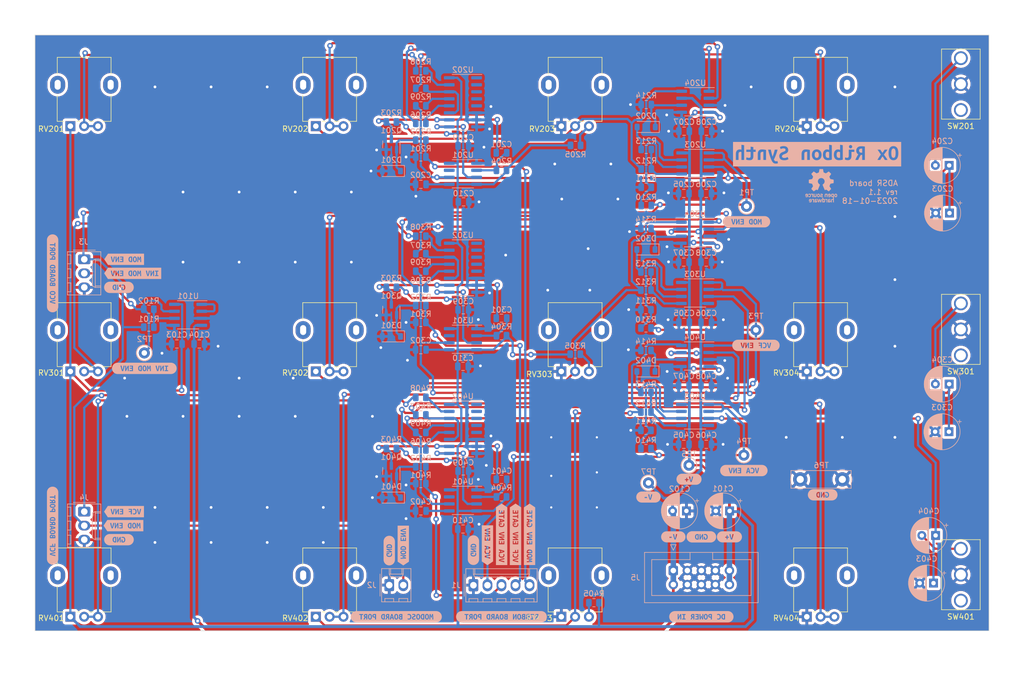
<source format=kicad_pcb>
(kicad_pcb (version 20221018) (generator pcbnew)
  (title_block (title "Josh Ox Ribbon Synth ADSR board") (date "2023-01-18") (rev "1.1") (comment 2 "creativecommons.org/licenses/by/4.0") (comment 3 "license: CC by 4.0") (comment 4 "Author: Jordan Aceto"))
  (layers (0 "F.Cu" signal) (31 "B.Cu" signal) (34 "B.Paste" user) (35 "F.Paste" user) (36 "B.SilkS" user "B.Silkscreen") (37 "F.SilkS" user "F.Silkscreen") (38 "B.Mask" user) (39 "F.Mask" user) (44 "Edge.Cuts" user))
  (net 0 "")
  (net 1 "/VCF_ADSR/OUT")
  (net 2 "/VCA_ADSR/OUT")
  (net 3 "+15V")
  (net 4 "GND")
  (net 5 "-15V")
  (net 6 "Net-(D201-Pad1)")
  (net 7 "Net-(D301-Pad1)")
  (net 8 "/VCA_ENV_GATE")
  (net 9 "/VCF_ENV_GATE")
  (net 10 "/MOD_ENV_GATE")
  (net 11 "Net-(D401-Pad1)")
  (net 12 "Net-(J3-Pad2)")
  (net 13 "Net-(R101-Pad2)")
  (net 14 "Net-(C201-Pad1)")
  (net 15 "Net-(C201-Pad2)")
  (net 16 "Net-(C202-Pad1)")
  (net 20 "Net-(C204-Pad2)")
  (net 21 "Net-(C301-Pad1)")
  (net 22 "Net-(C301-Pad2)")
  (net 23 "Net-(C302-Pad1)")
  (net 24 "Net-(C401-Pad1)")
  (net 25 "Net-(C401-Pad2)")
  (net 26 "Net-(C402-Pad1)")
  (net 27 "Net-(C304-Pad2)")
  (net 28 "Net-(R205-Pad2)")
  (net 29 "Net-(R206-Pad1)")
  (net 30 "Net-(R206-Pad2)")
  (net 31 "Net-(C404-Pad2)")
  (net 32 "/modulation_ADSR/OUT")
  (net 33 "Net-(R207-Pad1)")
  (net 34 "Net-(R207-Pad2)")
  (net 35 "Net-(R208-Pad1)")
  (net 36 "Net-(R208-Pad2)")
  (net 37 "Net-(R209-Pad1)")
  (net 38 "Net-(R305-Pad2)")
  (net 39 "Net-(R306-Pad1)")
  (net 40 "Net-(R306-Pad2)")
  (net 41 "Net-(R307-Pad1)")
  (net 42 "Net-(R307-Pad2)")
  (net 43 "Net-(R308-Pad1)")
  (net 44 "Net-(R308-Pad2)")
  (net 45 "Net-(R309-Pad1)")
  (net 46 "Net-(R405-Pad2)")
  (net 47 "Net-(R406-Pad1)")
  (net 48 "Net-(R406-Pad2)")
  (net 49 "Net-(R407-Pad1)")
  (net 50 "Net-(R407-Pad2)")
  (net 51 "Net-(R408-Pad1)")
  (net 52 "Net-(R408-Pad2)")
  (net 53 "Net-(R409-Pad1)")
  (net 54 "Net-(U201-Pad3)")
  (net 61 "Net-(U301-Pad3)")
  (net 68 "Net-(U401-Pad3)")
  (net 75 "Net-(D202-Pad1)")
  (net 76 "Net-(R312-Pad1)")
  (net 77 "Net-(D202-Pad2)")
  (net 78 "Net-(C203-Pad1)")
  (net 79 "Net-(C303-Pad1)")
  (net 80 "Net-(C403-Pad1)")
  (net 81 "Net-(D302-Pad1)")
  (net 82 "Net-(D302-Pad2)")
  (net 83 "Net-(D402-Pad1)")
  (net 84 "Net-(D402-Pad2)")
  (net 85 "Net-(R312-Pad2)")
  (net 86 "Net-(R210-Pad1)")
  (net 87 "Net-(R212-Pad1)")
  (net 88 "Net-(R212-Pad2)")
  (net 89 "Net-(R310-Pad1)")
  (net 90 "Net-(R410-Pad1)")
  (net 91 "Net-(R412-Pad1)")
  (net 92 "Net-(R412-Pad2)")
  (net 93 "Net-(RV202-Pad2)")
  (net 94 "Net-(RV302-Pad2)")
  (net 95 "Net-(RV402-Pad2)")
  (net 96 "Net-(U101-Pad1)")
  (footprint "Potentiometer_THT:Potentiometer_Alpha_RD901F-40-00D_Single_Vertical" (layer "F.Cu") (at 157.397 56.642 90)
    (fp_text reference "RV203")
    (fp_text value "10k")
  )
  (footprint "Potentiometer_THT:Potentiometer_Alpha_RD901F-40-00D_Single_Vertical" (layer "F.Cu") (at 68.497 101.092 90)
    (fp_text reference "RV301")
    (fp_text value "1MA")
  )
  (footprint "Potentiometer_THT:Potentiometer_Alpha_RD901F-40-00D_Single_Vertical" (layer "F.Cu") (at 201.847 56.642 90)
    (fp_text reference "RV204")
    (fp_text value "1MA")
  )
  (footprint "Potentiometer_THT:Potentiometer_Alpha_RD901F-40-00D_Single_Vertical" (layer "F.Cu") (at 201.847 145.542 90)
    (fp_text reference "RV404")
    (fp_text value "1MA")
  )
  (footprint "Potentiometer_THT:Potentiometer_Alpha_RD901F-40-00D_Single_Vertical" (layer "F.Cu") (at 112.947 56.642 90)
    (fp_text reference "RV202")
    (fp_text value "1MA")
  )
  (footprint "Potentiometer_THT:Potentiometer_Alpha_RD901F-40-00D_Single_Vertical" (layer "F.Cu") (at 112.947 145.542 90)
    (fp_text reference "RV402")
    (fp_text value "1MA")
  )
  (footprint "custom_footprints:SPDT_mini_toggle" (layer "F.Cu") (at 229.747 137.922 180)
    (fp_text reference "SW401")
    (fp_text value "SW_SPDT")
  )
  (footprint "custom_footprints:SPDT_mini_toggle" (layer "F.Cu") (at 229.747 49.022 180)
    (fp_text reference "SW201")
    (fp_text value "SW_SPDT")
  )
  (footprint "Potentiometer_THT:Potentiometer_Alpha_RD901F-40-00D_Single_Vertical" (layer "F.Cu") (at 157.397 145.542 90)
    (fp_text reference "RV403")
    (fp_text value "10k")
  )
  (footprint "Potentiometer_THT:Potentiometer_Alpha_RD901F-40-00D_Single_Vertical" (layer "F.Cu") (at 68.497 56.642 90)
    (fp_text reference "RV201")
    (fp_text value "1MA")
  )
  (footprint "Potentiometer_THT:Potentiometer_Alpha_RD901F-40-00D_Single_Vertical" (layer "F.Cu") (at 201.847 101.092 90)
    (fp_text reference "RV304")
    (fp_text value "1MA")
  )
  (footprint "Potentiometer_THT:Potentiometer_Alpha_RD901F-40-00D_Single_Vertical" (layer "F.Cu") (at 157.397 101.092 90)
    (fp_text reference "RV303")
    (fp_text value "10k")
  )
  (footprint "custom_footprints:SPDT_mini_toggle" (layer "F.Cu") (at 229.747 93.472 180)
    (fp_text reference "SW301")
    (fp_text value "SW_SPDT")
  )
  (footprint "Potentiometer_THT:Potentiometer_Alpha_RD901F-40-00D_Single_Vertical" (layer "F.Cu") (at 112.947 101.092 90)
    (fp_text reference "RV302")
    (fp_text value "1MA")
  )
  (footprint "Potentiometer_THT:Potentiometer_Alpha_RD901F-40-00D_Single_Vertical" (layer "F.Cu") (at 68.497 145.542 90)
    (fp_text reference "RV401")
    (fp_text value "1MA")
  )
  (footprint "kibuzzard-62AC755C" (layer "B.Cu") (at 182.757 131.064 180)
    (fp_text reference "kibuzzard-62AC755C" hide)
    (fp_text value "G***" hide)
  )
  (footprint "kibuzzard-62AC758B" (layer "B.Cu") (at 78.109 129.032 180)
    (fp_text reference "kibuzzard-62AC758B" hide)
    (fp_text value "G***" hide)
  )
  (footprint "Capacitor_SMD:C_0805_2012Metric" (layer "B.Cu") (at 146.562 120.65)
    (fp_text reference "C401")
    (fp_text value "1n")
  )
  (footprint "Capacitor_SMD:C_0805_2012Metric" (layer "B.Cu") (at 179.578 103.632 180)
    (fp_text reference "C407")
    (fp_text value "100n")
  )
  (footprint "kibuzzard-62AC762D" (layer "B.Cu") (at 78.2106 126.492 180)
    (fp_text reference "kibuzzard-62AC762D" hide)
    (fp_text value "G***" hide)
  )
  (footprint "Capacitor_SMD:C_0805_2012Metric" (layer "B.Cu") (at 179.578 68.834 180)
    (fp_text reference "C205")
    (fp_text value "100n")
  )
  (footprint "Resistor_SMD:R_0805_2012Metric" (layer "B.Cu") (at 172.7708 64.4144)
    (fp_text reference "R212")
    (fp_text value "10k")
  )
  (footprint "Resistor_SMD:R_0805_2012Metric" (layer "B.Cu") (at 131.957 62.23 180)
    (fp_text reference "R201")
    (fp_text value "100k")
  )
  (footprint "Connector_IDC:IDC-Header_2x05_P2.54mm_Vertical" (layer "B.Cu") (at 177.677 137.1695 -90)
    (fp_text reference "J5")
    (fp_text value "power_entry")
  )
  (footprint "Capacitor_SMD:C_0805_2012Metric" (layer "B.Cu") (at 139.5984 100.1776)
    (fp_text reference "C310")
    (fp_text value "100n")
  )
  (footprint "Resistor_SMD:R_0805_2012Metric" (layer "B.Cu") (at 172.7708 52.7304 180)
    (fp_text reference "R214")
    (fp_text value "10k")
  )
  (footprint "Resistor_SMD:R_0805_2012Metric" (layer "B.Cu") (at 172.72 75.184 180)
    (fp_text reference "R314")
    (fp_text value "10k")
  )
  (footprint "kibuzzard-62AC7711" (layer "B.Cu") (at 151.642 130.6068 90)
    (fp_text reference "kibuzzard-62AC7711" hide)
    (fp_text value "G***" hide)
  )
  (footprint "Package_SO:SOIC-8_3.9x4.9mm_P1.27mm" (layer "B.Cu") (at 181.61 98.298 180)
    (fp_text reference "U404")
    (fp_text value "DG470EY")
  )
  (footprint "kibuzzard-62AC7758" (layer "B.Cu") (at 146.5874 130.6068 90)
    (fp_text reference "kibuzzard-62AC7758" hide)
    (fp_text value "G***" hide)
  )
  (footprint "TestPoint:TestPoint_Keystone_5000-5004_Miniature" (layer "B.Cu") (at 190.4492 116.2558 180)
    (fp_text reference "TP4")
    (fp_text value "VCA env")
  )
  (footprint "Capacitor_SMD:C_0805_2012Metric" (layer "B.Cu") (at 139.7 70.358)
    (fp_text reference "C210")
    (fp_text value "100n")
  )
  (footprint "Resistor_SMD:R_0805_2012Metric" (layer "B.Cu") (at 131.957 121.412 180)
    (fp_text reference "R401")
    (fp_text value "100k")
  )
  (footprint "Resistor_SMD:R_0805_2012Metric" (layer "B.Cu") (at 131.957 118.364 180)
    (fp_text reference "R402")
    (fp_text value "100k")
  )
  (footprint "Resistor_SMD:R_0805_2012Metric" (layer "B.Cu") (at 131.957 76.581 180)
    (fp_text reference "R308")
    (fp_text value "22")
  )
  (footprint "kibuzzard-62AC792A" (layer "B.Cu") (at 177.677 131.064 180)
    (fp_text reference "kibuzzard-62AC792A" hide)
    (fp_text value "G***" hide)
  )
  (footprint "Resistor_SMD:R_0805_2012Metric" (layer "B.Cu") (at 172.72 86.36)
    (fp_text reference "R312")
    (fp_text value "10k")
  )
  (footprint "TestPoint:TestPoint_Keystone_5000-5004_Miniature" (layer "B.Cu") (at 81.8896 97.7392 180)
    (fp_text reference "TP2")
    (fp_text value "inv mod env")
  )
  (footprint "Resistor_SMD:R_0805_2012Metric" (layer "B.Cu") (at 146.562 123.825 180)
    (fp_text reference "R404")
    (fp_text value "10k")
  )
  (footprint "Resistor_SMD:R_0805_2012Metric" (layer "B.Cu") (at 172.72 83.058)
    (fp_text reference "R313")
    (fp_text value "2M2")
  )
  (footprint "Capacitor_SMD:C_0805_2012Metric" (layer "B.Cu") (at 139.6492 119.126)
    (fp_text reference "C409")
    (fp_text value "100n")
  )
  (footprint "Capacitor_THT:CP_Radial_D6.3mm_P2.50mm" (layer "B.Cu") (at 227.6856 72.39 180)
    (fp_text reference "C203")
    (fp_text value "2u2")
  )
  (footprint "Resistor_SMD:R_0805_2012Metric" (layer "B.Cu") (at 131.957 82.931 180)
    (fp_text reference "R309")
    (fp_text value "100")
  )
  (footprint "Diode_SMD:D_SOD-123" (layer "B.Cu") (at 126.623 123.952 180)
    (fp_text reference "D401")
    (fp_text value "1N4148W")
  )
  (footprint "Resistor_SMD:R_0805_2012Metric" (layer "B.Cu") (at 172.72 93.218)
    (fp_text reference "R310")
    (fp_text value "2k7")
  )
  (footprint "Resistor_SMD:R_0805_2012Metric" (layer "B.Cu") (at 159.9184 97.9678)
    (fp_text reference "R305")
    (fp_text value "5k6")
  )
  (footprint "Package_TO_SOT_SMD:SOT-23" (layer "B.Cu") (at 126.623 89.916 90)
    (fp_text reference "Q301")
    (fp_text value "MMBT3904")
  )
  (footprint "Capacitor_SMD:C_0805_2012Metric" (layer "B.Cu") (at 183.642 81.28 180)
    (fp_text reference "C308")
    (fp_text value "100n")
  )
  (footprint "Capacitor_SMD:C_0805_2012Metric" (layer "B.Cu") (at 179.578 81.28 180)
    (fp_text reference "C307")
    (fp_text value "100n")
  )
  (footprint "Package_TO_SOT_SMD:SOT-23" (layer "B.Cu") (at 126.623 119.126 90)
    (fp_text reference "Q401")
    (fp_text value "MMBT3904")
  )
  (footprint "Package_SO:SOIC-16_3.9x9.9mm_P1.27mm" (layer "B.Cu") (at 139.577 111.506 180)
    (fp_text reference "U402")
    (fp_text value "CD4052B")
  )
  (footprint "Resistor_SMD:R_0805_2012Metric" (layer "B.Cu") (at 172.72 89.916 180)
    (fp_text reference "R311")
    (fp_text value "100k")
  )
  (footprint "TestPoint:TestPoint_Keystone_5000-5004_Miniature" (layer "B.Cu") (at 190.9318 71.1708 180)
    (fp_text reference "TP1")
    (fp_text value "MOD env")
  )
  (footprint "kibuzzard-62AC792A" (layer "B.Cu") (at 173.1772 123.8504 180)
    (fp_text reference "kibuzzard-62AC792A" hide)
    (fp_text value "G***" hide)
  )
  (footprint "Capacitor_SMD:C_0805_2012Metric" (layer "B.Cu") (at 183.642 68.834 180)
    (fp_text reference "C206")
    (fp_text value "100n")
  )
  (footprint "Resistor_SMD:R_0805_2012Metric" (layer "B.Cu") (at 131.957 92.202 180)
    (fp_text reference "R301")
    (fp_text value "100k")
  )
  (footprint "Resistor_SMD:R_0805_2012Metric" (layer "B.Cu") (at 131.957 105.791 180)
    (fp_text reference "R408")
    (fp_text value "22")
  )
  (footprint "kibuzzard-62AC7A9F" (layer "B.Cu") (at 203.712 61.722 180)
    (fp_text reference "kibuzzard-62AC7A9F" hide)
    (fp_text value "G***" hide)
  )
  (footprint "Package_SO:SOIC-8_3.9x4.9mm_P1.27mm" (layer "B.Cu") (at 89.8144 90.8304 180)
    (fp_text reference "U101")
    (fp_text value "TL072")
  )
  (footprint "kibuzzard-62AC769B" (layer "B.Cu") (at 128.782 132.6388 90)
    (fp_text reference "kibuzzard-62AC769B" hide)
    (fp_text value "G***" hide)
  )
  (footprint "kibuzzard-62AC79A3" (layer "B.Cu") (at 190.4492 119.0498 180)
    (fp_text reference "kibuzzard-62AC79A3" hide)
    (fp_text value "G***" hide)
  )
  (footprint "Capacitor_SMD:C_0805_2012Metric" (layer "B.Cu") (at 183.642 114.3 180)
    (fp_text reference "C406")
    (fp_text value "100n")
  )
  (footprint "Capacitor_THT:CP_Radial_D6.3mm_P2.50mm" (layer "B.Cu") (at 187.87238 126.365 180)
    (fp_text reference "C101")
    (fp_text value "10u")
  )
  (footprint "Capacitor_SMD:C_0805_2012Metric" (layer "B.Cu") (at 139.6492 89.916)
    (fp_text reference "C309")
    (fp_text value "100n")
  )
  (footprint "kibuzzard-62AC7810" (layer "B.Cu") (at 127.512 145.542 180)
    (fp_text reference "kibuzzard-62AC7810" hide)
    (fp_text value "G***" hide)
  )
  (footprint "Resistor_SMD:R_0805_2012Metric" (layer "B.Cu") (at 131.957 59.182 180)
    (fp_text reference "R202")
    (fp_text value "100k")
  )
  (footprint "TestPoint:TestPoint_Bridge_Pitch7.62mm_Drill1.3mm" (layer "B.Cu") (at 208.28 120.65 180)
    (fp_text reference "TP6")
    (fp_text value "GND")
  )
  (footprint "Connector_Molex:Molex_KK-254_AE-6410-03A_1x03_P2.54mm_Vertical" (layer "B.Cu") (at 71.017 80.772 -90)
    (fp_text reference "J3")
    (fp_text value "VCO_port")
  )
  (footprint "Package_SO:SOIC-8_3.9x4.9mm_P1.27mm" (layer "B.Cu") (at 139.577 124.46 180)
    (fp_text reference "U401")
    (fp_text value "TLC555")
  )
  (footprint "Capacitor_THT:CP_Radial_D6.3mm_P2.50mm" (layer "B.Cu") (at 180.046 126.365 180)
    (fp_text reference "C102")
    (fp_text value "10u")
  )
  (footprint "Capacitor_SMD:C_0805_2012Metric" (layer "B.Cu") (at 131.957 126.365 180)
    (fp_text reference "C402")
    (fp_text value "1n")
  )
  (footprint "kibuzzard-62AC7972" (layer "B.Cu") (at 190.9318 73.9648 180)
    (fp_text reference "kibuzzard-62AC7972" hide)
    (fp_text value "G***" hide)
  )
  (footprint "Diode_SMD:D_SOD-123" (layer "B.Cu") (at 126.623 64.77 180)
    (fp_text reference "D201")
    (fp_text value "1N4148W")
  )
  (footprint "Symbol:OSHW-Logo_5.7x6mm_SilkScreen" (layer "B.Cu") (at 204.47 67.437 180)
    (fp_text reference "REF**" hide)
    (fp_text value "OSHW-Logo_5.7x6mm_SilkScreen" hide)
  )
  (footprint "kibuzzard-62AC791A" (layer "B.Cu") (at 180.5178 120.6246 180)
    (fp_text reference "kibuzzard-62AC791A" hide)
    (fp_text value "G***" hide)
  )
  (footprint "Connector_Molex:Molex_KK-254_AE-6410-02A_1x02_P2.54mm_Vertical" (layer "B.Cu") (at 126.242 139.807)
    (fp_text reference "J2")
    (fp_text value "modosc_port")
  )
  (footprint "kibuzzard-62AC7989" (layer "B.Cu") (at 81.8896 100.5332 180)
    (fp_text reference "kibuzzard-62AC7989" hide)
    (fp_text value "G***" hide)
  )
  (footprint "Capacitor_SMD:C_0805_2012Metric" (layer "B.Cu") (at 87.7824 96.1136 180)
    (fp_text reference "C103")
    (fp_text value "100n")
  )
  (footprint "kibuzzard-62AC7596" (layer "B.Cu") (at 79.7854 83.312 180)
    (fp_text reference "kibuzzard-62AC7596" hide)
    (fp_text value "G***" hide)
  )
  (footprint "kibuzzard-62AC755C" (layer "B.Cu") (at 77.2962 85.852 180)
    (fp_text reference "kibuzzard-62AC755C" hide)
    (fp_text value "G***" hide)
  )
  (footprint "Resistor_SMD:R_0805_2012Metric" (layer "B.Cu") (at 131.957 56.134)
    (fp_text reference "R206")
    (fp_text value "22")
  )
  (footprint "kibuzzard-62AC77C9" (layer "B.Cu") (at 65.282 83.312 90)
    (fp_text reference "kibuzzard-62AC77C9" hide)
    (fp_text value "G***" hide)
  )
  (footprint "Resistor_SMD:R_0805_2012Metric" (layer "B.Cu") (at 131.957 49.784)
    (fp_text reference "R207")
    (fp_text value "22")
  )
  (footprint "kibuzzard-62AC7771" (layer "B.Cu") (at 144.022 132.588 90)
    (fp_text reference "kibuzzard-62AC7771" hide)
    (fp_text value "G***" hide)
  )
  (footprint "Diode_SMD:D_SOD-123" (layer "B.Cu") (at 126.623 94.742 180)
    (fp_text reference "D301")
    (fp_text value "1N4148W")
  )
  (footprint "Capacitor_SMD:C_0805_2012Metric" (layer "B.Cu") (at 183.642 92.202 180)
    (fp_text reference "C306")
    (fp_text value "100n")
  )
  (footprint "Package_SO:SOIC-8_3.9x4.9mm_P1.27mm" (layer "B.Cu") (at 181.6608 52.2224 180)
    (fp_text reference "U204")
    (fp_text value "DG470EY")
  )
  (footprint "Resistor_SMD:R_0805_2012Metric" (layer "B.Cu") (at 172.7708 60.8584)
    (fp_text reference "R213")
    (fp_text value "2M2")
  )
  (footprint "Resistor_SMD:R_0805_2012Metric" (layer "B.Cu") (at 131.957 108.966)
    (fp_text reference "R407")
    (fp_text value "22")
  )
  (footprint "Capacitor_SMD:C_0805_2012Metric" (layer "B.Cu") (at 146.562 61.468)
    (fp_text reference "C201")
    (fp_text value "1n")
  )
  (footprint "Capacitor_THT:CP_Radial_D6.3mm_P2.50mm" (layer "B.Cu") (at 224.79 139.446 180)
    (fp_text reference "C403")
    (fp_text value "2u2")
  )
  (footprint "Resistor_SMD:R_0805_2012Metric" (layer "B.Cu") (at 126.623 85.852 180)
    (fp_text reference "R303")
    (fp_text value "10k")
  )
  (footprint "Resistor_SMD:R_0805_2012Metric" (layer "B.Cu") (at 159.9732 60.1218)
    (fp_text reference "R205")
    (fp_text value "5k6")
  )
  (footprint "Resistor_SMD:R_0805_2012Metric" (layer "B.Cu") (at 131.957 46.609 180)
    (fp_text reference "R208")
    (fp_text value "22")
  )
  (footprint "Diode_SMD:D_SOD-123" (layer "B.Cu") (at 172.7708 56.7944 180)
    (fp_text reference "D202")
    (fp_text value "1N4148W")
  )
  (footprint "Resistor_SMD:R_0805_2012Metric" (layer "B.Cu") (at 172.72 108.458)
    (fp_text reference "R412")
    (fp_text value "10k")
  )
  (footprint "Capacitor_SMD:C_0805_2012Metric" (layer "B.Cu") (at 179.6288 57.5564 180)
    (fp_text reference "C207")
    (fp_text value "100n")
  )
  (footprint "kibuzzard-62AC755C" (layer "B.Cu") (at 77.2962 131.572 180)
    (fp_text reference "kibuzzard-62AC755C" hide)
    (fp_text value "G***" hide)
  )
  (footprint "Resistor_SMD:R_0805_2012Metric" (layer "B.Cu") (at 126.623 115.062 180)
    (fp_text reference "R403")
    (fp_text value "10k")
  )
  (footprint "Connector_Molex:Molex_KK-254_AE-6410-03A_1x03_P2.54mm_Vertical" (layer "B.Cu") (at 71.017 126.492 -90)
    (fp_text reference "J4")
    (fp_text value "VCF_port")
  )
  (footprint "Package_SO:SOIC-8_3.9x4.9mm_P1.27mm" (layer "B.Cu") (at 181.61 75.946 180)
    (fp_text reference "U304")
    (fp_text value "DG470EY")
  )
  (footprint "Resistor_SMD:R_0805_2012Metric" (layer "B.Cu") (at 131.957 52.959 180)
    (fp_text reference "R209")
    (fp_text value "100")
  )
  (footprint "Capacitor_SMD:C_0805_2012Metric" (layer "B.Cu") (at 179.578 114.3 180)
    (fp_text reference "C405")
    (fp_text value "100n")
  )
  (footprint "kibuzzard-62AC77E4" (layer "B.Cu") (at 65.282 129.032 90)
    (fp_text reference "kibuzzard-62AC77E4" hide)
    (fp_text value "G***" hide)
  )
  (footprint "Capacitor_THT:CP_Radial_D6.3mm_P2.50mm" (layer "B.Cu") (at 227.62738 103.378 180)
    (fp_text reference "C304")
    (fp_text value "22u")
  )
  (footprint "Resistor_SMD:R_0805_2012Metric" (layer "B.Cu") (at 172.72 115.062)
    (fp_text reference "R410")
    (fp_text value "2k7")
  )
  (footprint "Resistor_SMD:R_0805_2012Metric" (layer "B.Cu") (at 82.7024 93.0656)
    (fp_text reference "R101")
    (fp_text value "100k")
  )
  (footprint "Capacitor_SMD:C_0805_2012Metric" (layer "B.Cu") (at 183.642 103.632 180)
    (fp_text reference "C408")
    (fp_text value "100n")
  )
  (footprint "TestPoint:TestPoint_Keystone_5000-5004_Miniature" (layer "B.Cu") (at 173.1772 121.285 180)
    (fp_text reference "TP7")
    (fp_text value "V-")
  )
  (footprint "Resistor_SMD:R_0805_2012Metric" (layer "B.Cu") (at 163.3025 143.002 180)
    (fp_text reference "R405")
    (fp_text value "5k6")
  )
  (footprint "Resistor_SMD:R_0805_2012Metric" (layer "B.Cu") (at 172.72 104.902)
    (fp_text reference "R413")
    (fp_text value "2M2")
  )
  (footprint "Resistor_SMD:R_0805_2012Metric" (layer "B.Cu") (at 172.7708 67.7164 180)
    (fp_text reference "R211")
    (fp_text value "100k")
  )
  (footprint "Resistor_SMD:R_0805_2012Metric" (layer "B.Cu") (at 131.957 89.154 180)
    (fp_text reference "R302")
    (fp_text value "100k")
  )
  (footprint "Capacitor_SMD:C_0805_2012Metric" (layer "B.Cu") (at 146.562 91.44)
    (fp_text reference "C301")
    (fp_text value "1n")
  )
  (footprint "Capacitor_SMD:C_0805_2012Metric" (layer "B.Cu") (at 139.6492 60.198)
    (fp_text reference "C209")
    (fp_text value "100n")
  )
  (footprint "Package_TO_SOT_SMD:SOT-23" (layer "B.Cu") (at 126.623 59.944 90)
    (fp_text reference "Q201")
    (fp_text value "MMBT3904")
  )
  (footprint "Resistor_SMD:R_0805_2012Metric" (layer "B.Cu") (at 172.72 97.282 180)
    (fp_text reference "R414")
    (fp_text value "10k")
  )
  (footprint "Resistor_SMD:R_0805_2012Metric" (layer "B.Cu") (at 146.562 94.615 180)
    (fp_text reference "R304")
    (fp_text value "10k")
  )
  (footprint "kibuzzard-62AC755C" (layer "B.Cu") (at 204.724 123.444 180)
    (fp_text reference "kibuzzard-62AC755C" hide)
    (fp_text value "G***" hide)
  )
  (footprint "Capacitor_SMD:C_0805_2012Metric" (layer "B.Cu") (at 131.957 97.155 180)
    (fp_text reference "C302")
    (fp_text value "1n")
  )
  (footprint "Package_SO:SOIC-16_3.9x9.9mm_P1.27mm" (layer "B.Cu") (at 139.577 52.324 180)
    (fp_text reference "U202")
    (fp_text value "CD4052B")
  )
  (footprint "TestPoint:TestPoint_Keystone_5000-5004_Miniature" (layer "B.Cu") (at 180.5178 118.0846 180)
    (fp_text reference "TP5")
    (fp_text value "V+")
  )
  (footprint "kibuzzard-62AC78CB" (layer "B.Cu") (at 182.757 145.542 180)
    (fp_text reference "kibuzzard-62AC78CB" hide)
    (fp_text value "G***" hide)
  )
  (footprint "kibuzzard-62AC758B" (layer "B.Cu") (at 78.236 80.772 180)
    (fp_text reference "kibuzzard-62AC758B" hide)
    (fp_text value "G***" hide)
  )
  (footprint "Resistor_SMD:R_0805_2012Metric" (layer "B.Cu") (at 172.7708 71.0184)
    (fp_text reference "R210")
    (fp_text value "2k7")
  )
  (footprint "TestPoint:TestPoint_Keystone_5000-5004_Miniature" (layer "B.Cu") (at 192.6336 93.5736 180)
    (fp_text reference "TP3")
    (fp_text value "VCF env")
  )
  (footprint "Capacitor_THT:CP_Radial_D6.3mm_P2.50mm" (layer "B.Cu") (at 225.175 130.81 180)
    (fp_text reference "C404")
    (fp_text value "22u")
  )
  (footprint "Package_SO:SOIC-8_3.9x4.9mm_P1.27mm" (layer "B.Cu") (at 139.577 65.278 180)
    (fp_text reference "U201")
    (fp_text value "TLC555")
  )
  (footprint "Resistor_SMD:R_0805_2012Metric" (layer "B.Cu") (at 126.623 55.88 180)
    (fp_text reference "R203")
    (fp_text value "10k")
  )
  (footprint "Resistor_SMD:R_0805_2012Metric" (layer "B.Cu") (at 82.7024 89.8144 180)
    (fp_text reference "R102")
    (fp_text value "100k")
  )
  (footprint "Resistor_SMD:R_0805_2012Metric" (layer "B.Cu") (at 131.957 115.316)
    (fp_text reference "R406")
    (fp_text value "22")
  )
  (footprint "Capacitor_SMD:C_0805_2012Metric" (layer "B.Cu") (at 131.957 67.183 180)
    (fp_text reference "C202")
    (fp_text value "1n")
  )
  (footprint "Connector_Molex:Molex_KK-254_AE-6410-05A_1x05_P2.54mm_Vertical" (layer "B.Cu") (at 141.482 139.827)
    (fp_text reference "J1")
    (fp_text value "ribbon_port")
  )
  (footprint "Package_SO:SOIC-8_3.9x4.9mm_P1.27mm" (layer "B.Cu") (at 181.61 86.868 180)
    (fp_text reference "U303")
    (fp_text value "TL072")
  )
  (footprint "Diode_SMD:D_SOD-123" (layer "B.Cu") (at 172.72 78.994 180)
    (fp_text reference "D302")
    (fp_text value "1N4148W")
  )
  (footprint "Capacitor_SMD:C_0805_2012Metric" (layer "B.Cu") (at 179.6288 92.202 180)
    (fp_text reference "C305")
    (fp_text value "100n")
  )
  (footprint "Capacitor_SMD:C_0805_2012Metric" (layer "B.Cu") (at 139.5984 129.6416)
    (fp_text reference "C410")
    (fp_text value "100n")
  )
  (footprint "Capacitor_SMD:C_0805_2012Metric" (layer "B.Cu") (at 183.6928 57.5564 180)
    (fp_text reference "C208")
    (fp_text value "100n")
  )
  (footprint "Resistor_SMD:R_0805_2012Metric" (layer "B.Cu") (at 131.957 79.756)
    (fp_text reference "R307")
    (fp_text value "22")
  )
  (footprint "Package_SO:SOIC-8_3.9x4.9mm_P1.27mm" (layer "B.Cu") (at 181.6608 63.3984 180)
    (fp_text reference "U203")
    (fp_text value "TL072")
  )
  (footprint "Resistor_SMD:R_0805_2012Metric" (layer "B.Cu") (at 172.72 111.76 180)
    (fp_text reference "R411")
    (fp_text value "100k")
  )
  (footprint "Capacitor_THT:CP_Radial_D6.3mm_P2.50mm" (layer "B.Cu") (at 227.62738 63.754 180)
    (fp_text reference "C204")
    (fp_text value "22u")
  )
  (footprint "Resistor_SMD:R_0805_2012Metric" (layer "B.Cu") (at 131.957 112.141 180)
    (fp_text reference "R409")
    (fp_text value "100")
  )
  (footprint "Diode_SMD:D_SOD-123" (layer "B.Cu") (at 172.72 101.092 180)
    (fp_text reference "D402")
    (fp_text value "1N4148W")
  )
  (footprint "Resistor_SMD:R_0805_2012Metric" (layer "B.Cu") (at 131.957 86.106)
    (fp_text reference "R306")
    (fp_text value "22")
  )
  (footprint "kibuzzard-62AC77FB" (layer "B.Cu") (at 146.562 145.542 180)
    (fp_text reference "kibuzzard-62AC77FB" hide)
    (fp_text value "G***" hide)
  )
  (footprint "kibuzzard-62AC7737" (layer "B.Cu") (at 149.102 130.6068 90)
    (fp_text reference "kibuzzard-62AC7737" hide)
    (fp_text value "G***" hide)
  )
  (footprint "Package_SO:SOIC-16_3.9x9.9mm_P1.27mm" (layer "B.Cu") (at 139.577 82.296 180)
    (fp_text reference "U302")
    (fp_text value "CD4052B")
  )
  (footprint "Resistor_SMD:R_0805_2012Metric" (layer "B.Cu") (at 146.562 64.643 180)
    (fp_text reference "R204")
    (fp_text value "10k")
  )
  (footprint "Package_SO:SOIC-8_3.9x4.9mm_P1.27mm" (layer "B.Cu") (at 139.577 95.25 180)
    (fp_text reference "U301")
    (fp_text value "TLC555")
  )
  (footprint "kibuzzard-62AC79C5" (layer "B.Cu") (at 192.6336 96.3676 180)
    (fp_text reference "kibuzzard-62AC79C5" hide)
    (fp_text value "G***" hide)
  )
  (footprint "kibuzzard-62AC791A" (layer "B.Cu") (at 187.837 131.064 180)
    (fp_text reference "kibuzzard-62AC791A" hide)
    (fp_text value "G***" hide)
  )
  (footprint "kibuzzard-62AC755C" (layer "B.Cu") (at 141.482 133.477 90)
    (fp_text reference "kibuzzard-62AC755C" hide)
    (fp_text value "G***" hide)
  )
  (footprint "Capacitor_THT:CP_Radial_D6.3mm_P2.50mm" (layer "B.Cu") (at 227.584 112.014 180)
    (fp_text reference "C303")
    (fp_text value "2u2")
  )
  (footprint "kibuzzard-62AC755C" (layer "B.Cu") (at 126.242 133.5532 90)
    (fp_text reference "kibuzzard-62AC755C" hide)
    (fp_text value "G***" hide)
  )
  (footprint "Capacitor_SMD:C_0805_2012Metric" (layer "B.Cu") (at 91.8464 96.1136 180)
    (fp_text reference "C104")
    (fp_text value "100n")
  )
  (footprint "Package_SO:SOIC-8_3.9x4.9mm_P1.27mm" (layer "B.Cu") (at 181.61 108.966 180)
    (fp_text reference "U403")
    (fp_text value "TL072")
  )
  (gr_line (start 234.827 148.082) (end 234.827 40.132) (stroke (width 0.1)) (layer "Edge.Cuts"))
  (gr_line (start 234.827 40.132) (end 62.107 40.132) (stroke (width 0.1)) (layer "Edge.Cuts"))
  (gr_line (start 62.107 148.082) (end 234.827 148.082) (stroke (width 0.1)) (layer "Edge.Cuts"))
  (gr_line (start 62.107 40.132) (end 62.107 148.082) (stroke (width 0.1)) (layer "Edge.Cuts"))
  (gr_text "ADSR board\nrev 1.1\n2023-01-18" (at 218.44 68.58) (layer "B.SilkS") (effects (font (size 1 1)) (justify left mirror)))
  (segment (start 116.1818 105.3951) (end 74.1934 105.3951) (width 0.4) (layer "F.Cu") (net 1))
  (segment (start 192.6082 93.5482) (end 192.6336 93.5736) (width 0.4) (layer "F.Cu") (net 1))
  (segment (start 175.006 93.5482) (end 192.6082 93.5482) (width 0.4) (layer "F.Cu") (net 1))
  (segment (start 74.1934 105.3951) (end 74.1426 105.4459) (width 0.4) (layer "F.Cu") (net 1))
  (segment (start 191.402131 103.9622) (end 117.6147 103.9622) (width 0.4) (layer "F.Cu") (net 1))
  (segment (start 192.075201 103.28913) (end 191.402131 103.9622) (width 0.4) (layer "F.Cu") (net 1))
  (segment (start 117.6147 103.9622) (end 116.1818 105.3951) (width 0.4) (layer "F.Cu") (net 1))
  (via (at 74.1426 105.4459) (size 1) (drill 0.5) (layers "F.Cu" "B.Cu") (net 1))
  (via (at 175.006 93.5482) (size 1) (drill 0.5) (layers "F.Cu" "B.Cu") (net 1))
  (via (at 192.075201 103.28913) (size 1) (drill 0.5) (layers "F.Cu" "B.Cu") (net 1))
  (segment (start 192.6336 102.730731) (end 192.075201 103.28913) (width 0.4) (layer "B.Cu") (net 1))
  (segment (start 174.6758 93.218) (end 175.006 93.5482) (width 0.4) (layer "B.Cu") (net 1))
  (segment (start 192.6336 88.9) (end 192.6336 102.730731) (width 0.4) (layer "B.Cu") (net 1))
  (segment (start 186.6646 86.3346) (end 190.0682 86.3346) (width 0.4) (layer "B.Cu") (net 1))
  (segment (start 186.3725 86.0425) (end 186.5122 85.9028) (width 0.4) (layer "B.Cu") (net 1))
  (segment (start 173.6325 93.218) (end 174.6758 93.218) (width 0.4) (layer "B.Cu") (net 1))
  (segment (start 186.5122 85.9028) (end 186.5122 85.1662) (width 0.4) (layer "B.Cu") (net 1))
  (segment (start 186.309 84.963) (end 184.085 84.963) (width 0.4) (layer "B.Cu") (net 1))
  (segment (start 186.182 86.233) (end 186.3725 86.0425) (width 0.4) (layer "B.Cu") (net 1))
  (segment (start 190.0682 86.3346) (end 192.6336 88.9) (width 0.4) (layer "B.Cu") (net 1))
  (segment (start 186.3725 86.0425) (end 186.6646 86.3346) (width 0.4) (layer "B.Cu") (net 1))
  (segment (start 184.085 86.233) (end 186.182 86.233) (width 0.4) (layer "B.Cu") (net 1))
  (segment (start 71.017 126.492) (end 71.017 107.672) (width 0.4) (layer "B.Cu") (net 1))
  (segment (start 71.017 107.672) (end 73.2431 105.4459) (width 0.4) (layer "B.Cu") (net 1))
  (segment (start 73.2431 105.4459) (end 74.1426 105.4459) (width 0.4) (layer "B.Cu") (net 1))
  (segment (start 186.5122 85.1662) (end 186.309 84.963) (width 0.4) (layer "B.Cu") (net 1))
  (segment (start 148.7678 116.5606) (end 174.8028 116.5606) (width 0.4) (layer "F.Cu") (net 2))
  (segment (start 190.4492 116.2558) (end 175.1076 116.2558) (width 0.4) (layer "F.Cu") (net 2))
  (segment (start 174.8028 116.5606) (end 175.1076 116.2558) (width 0.4) (layer "F.Cu") (net 2))
  (via (at 148.7678 116.5606) (size 1) (drill 0.5) (layers "F.Cu" "B.Cu") (net 2))
  (via (at 175.1076 116.2558) (size 1) (drill 0.5) (layers "F.Cu" "B.Cu") (net 2))
  (segment (start 187.4774 107.7976) (end 190.4492 110.7694) (width 0.4) (layer "B.Cu") (net 2))
  (segment (start 186.6646 108.0262) (end 186.3852 108.3056) (width 0.4) (layer "B.Cu") (net 2))
  (segment (start 186.6646 107.7976) (end 187.4774 107.7976) (width 0.4) (layer "B.Cu") (net 2))
  (segment (start 144.022 128.901) (end 145.3896 127.5334) (width 0.4) (layer "B.Cu") (net 2))
  (segment (start 174.8263 116.2558) (end 173.6325 115.062) (width 0.4) (layer "B.Cu") (net 2))
  (segment (start 175.1076 116.2558) (end 174.8263 116.2558) (width 0.4) (layer "B.Cu") (net 2))
  (segment (start 186.6646 107.7976) (end 186.6646 108.0262) (width 0.4) (layer "B.Cu") (net 2))
  (segment (start 144.022 139.827) (end 144.022 128.901) (width 0.4) (layer "B.Cu") (net 2))
  (segment (start 186.3598 107.061) (end 186.6646 107.3658) (width 0.4) (layer "B.Cu") (net 2))
  (segment (start 145.397839 127.5334) (end 148.7678 124.163439) (width 0.4) (layer "B.Cu") (net 2))
  (segment (start 190.4492 110.7694) (end 190.4492 116.2558) (width 0.4) (layer "B.Cu") (net 2))
  (segment (start 145.3896 127.5334) (end 145.397839 127.5334) (width 0.4) (layer "B.Cu") (net 2))
  (segment (start 148.7678 124.163439) (end 148.7678 116.5606) (width 0.4) (layer "B.Cu") (net 2))
  (segment (start 186.3852 108.3056) (end 184.1104 108.3056) (width 0.4) (layer "B.Cu") (net 2))
  (segment (start 186.6646 107.3658) (end 186.6646 107.7976) (width 0.4) (layer "B.Cu") (net 2))
  (segment (start 184.1104 108.3056) (end 184.085 108.331) (width 0.4) (layer "B.Cu") (net 2))
  (segment (start 184.085 107.061) (end 186.3598 107.061) (width 0.4) (layer "B.Cu") (net 2))
  (segment (start 185.928 100.838) (end 185.674 100.584) (width 0.4) (layer "F.Cu") (net 3))
  (segment (start 136.379951 57.785) (end 136.623451 58.0285) (width 0.4) (layer "F.Cu") (net 3))
  (segment (start 151.892 98.044) (end 148.59 98.044) (width 0.4) (layer "F.Cu") (net 3))
  (segment (start 129.29 115.9256) (end 130.3314 116.967) (width 0.4) (layer "F.Cu") (net 3))
  (segment (start 185.674 100.584) (end 181.356 100.584) (width 0.4) (layer "F.Cu") (net 3))
  (segment (start 185.2168 54.1528) (end 186.1312 55.0672) (width 0.5) (layer "F.Cu") (net 3))
  (segment (start 184.912 77.724) (end 181.356 77.724) (width 0.4) (layer "F.Cu") (net 3))
  (segment (start 130.3314 57.785) (end 136.379951 57.785) (width 0.4) (layer "F.Cu") (net 3))
  (segment (start 187.837 123.067) (end 182.8546 118.0846) (width 0.4) (layer "F.Cu") (net 3))
  (segment (start 136.379951 87.757) (end 136.623451 88.0005) (width 0.4) (layer "F.Cu") (net 3))
  (segment (start 130.3314 87.757) (end 136.379951 87.757) (width 0.4) (layer "F.Cu") (net 3))
  (segment (start 130.3314 116.967) (end 136.379951 116.967) (width 0.4) (layer "F.Cu") (net 3))
  (segment (start 71.9514 104.5464) (end 88.5952 104.5464) (width 0.4) (layer "F.Cu") (net 3))
  (segment (start 68.497 101.092) (end 71.9514 104.5464) (width 0.4) (layer "F.Cu") (net 3))
  (segment (start 187.837 126.492) (end 187.837 123.067) (width 0.5) (layer "F.Cu") (net 3))
  (segment (start 129.29 56.7436) (end 130.3314 57.785) (width 0.4) (layer "F.Cu") (net 3))
  (segment (start 182.8546 118.0846) (end 180.5178 118.0846) (width 0.4) (layer "F.Cu") (net 3))
  (segment (start 181.61 54.1528) (end 185.2168 54.1528) (width 0.5) (layer "F.Cu") (net 3))
  (segment (start 185.674 78.486) (end 184.912 77.724) (width 0.4) (layer "F.Cu") (net 3))
  (segment (start 88.5952 104.5464) (end 88.646 104.4956) (width 0.4) (layer "F.Cu") (net 3))
  (segment (start 129.29 86.7156) (end 130.3314 87.757) (width 0.4) (layer "F.Cu") (net 3))
  (segment (start 136.379951 116.967) (end 136.623451 117.2105) (width 0.4) (layer "F.Cu") (net 3))
  (via (at 181.356 100.584) (size 1) (drill 0.5) (layers "F.Cu" "B.Cu") (net 3))
  (via (at 129.29 115.9256) (size 1) (drill 0.5) (layers "F.Cu" "B.Cu") (net 3))
  (via (at 129.29 86.7156) (size 1) (drill 0.5) (layers "F.Cu" "B.Cu") (net 3))
  (via (at 151.892 98.044) (size 1) (drill 0.5) (layers "F.Cu" "B.Cu") (net 3))
  (via (at 181.356 77.724) (size 1) (drill 0.5) (layers "F.Cu" "B.Cu") (net 3))
  (via (at 136.623451 58.0285) (size 1) (drill 0.5) (layers "F.Cu" "B.Cu") (net 3))
  (via (at 186.1312 55.0672) (size 1) (drill 0.5) (layers "F.Cu" "B.Cu") (net 3))
  (via (at 148.59 98.044) (size 1) (drill 0.5) (layers "F.Cu" "B.Cu") (net 3))
  (via (at 136.623451 88.0005) (size 1) (drill 0.5) (layers "F.Cu" "B.Cu") (net 3))
  (via (at 185.928 100.838) (size 1) (drill 0.5) (layers "F.Cu" "B.Cu") (net 3))
  (via (at 129.29 56.7436) (size 1) (drill 0.5) (layers "F.Cu" "B.Cu") (net 3))
  (via (at 136.623451 117.2105) (size 1) (drill 0.5) (layers "F.Cu" "B.Cu") (net 3))
  (via (at 185.674 78.486) (size 1) (drill 0.5) (layers "F.Cu" "B.Cu") (net 3))
  (via (at 88.646 104.4956) (size 1) (drill 0.5) (layers "F.Cu" "B.Cu") (net 3))
  (via (at 181.61 54.1528) (size 1) (drill 0.5) (layers "F.Cu" "B.Cu") (net 3))
  (segment (start 137.102 93.345) (end 138.4594 93.345) (width 0.4) (layer "B.Cu") (net 3))
  (segment (start 180.5788 85.0748) (end 180.5788 100.5688) (width 0.5) (layer "B.Cu") (net 3))
  (segment (start 148.59 98.044) (end 148.59 95.7305) (width 0.4) (layer "B.Cu") (net 3))
  (segment (start 138.627 88.4072) (end 138.627 85.824911) (width 0.4) (layer "B.Cu") (net 3))
  (segment (start 192.024 129.032) (end 192.024 146.05) (width 0.5) (layer "B.Cu") (net 3))
  (segment (start 187.837 137.1695) (end 187.837 126.40038) (width 1) (layer "B.Cu") (net 3))
  (segment (start 128.4264 55.88) (end 129.29 56.7436) (width 0.4) (layer "B.Cu") (net 3))
  (segment (start 138.4594 63.373) (end 138.627 63.2054) (width 0.4) (layer "B.Cu") (net 3))
  (segment (start 138.627 88.4072) (end 138.627 87.95) (width 0.4) (layer "B.Cu") (net 3))
  (segment (start 137.102 122.555) (end 138.4594 122.555) (width 0.4) (layer "B.Cu") (net 3))
  (segment (start 138.627 100.076) (end 138.627 106.995) (width 0.4) (layer "B.Cu") (net 3))
  (segment (start 138.4594 122.555) (end 138.627 122.3874) (width 0.4) (layer "B.Cu") (net 3))
  (segment (start 88.646 96.2) (end 88.7324 96.1136) (width 0.4) (layer "B.Cu") (net 3))
  (segment (start 147.387 94.8822) (end 147.387 94.615) (width 0.4) (layer "B.Cu") (net 3))
  (segment (start 138.627 93.1774) (end 138.627 89.916) (width 0.4) (layer "B.Cu") (net 3))
  (segment (start 142.052 97.155) (end 138.6372 97.155) (width 0.4) (layer "B.Cu") (net 3))
  (segment (start 151.9174 98.0186) (end 151.892 98.044) (width 0.4) (layer "B.Cu") (net 3))
  (segment (start 180.5788 118.0236) (end 180.5178 118.0846) (width 0.5) (layer "B.Cu") (net 3))
  (segment (start 179.1858 61.4934) (end 180.467 61.4934) (width 0.5) (layer "B.Cu") (net 3))
  (segment (start 185.293 100.203) (end 185.928 100.838) (width 0.4) (layer "B.Cu") (net 3))
  (segment (start 184.1358 54.1274) (end 185.1914 54.1274) (width 0.5) (layer "B.Cu") (net 3))
  (segment (start 138.627 89.916) (end 138.627 88.4072) (width 0.4) (layer "B.Cu") (net 3))
  (segment (start 138.6372 126.365) (end 138.627 126.3752) (width 0.4) (layer "B.Cu") (net 3))
  (segment (start 185.039 77.851) (end 185.674 78.486) (width 0.4) (layer "B.Cu") (net 3))
  (segment (start 138.561 107.061) (end 137.102 107.061) (width 0.4) (layer "B.Cu") (net 3))
  (segment (start 147.387 64.9102) (end 147.387 64.643) (width 0.4) (layer "B.Cu") (net 3))
  (segment (start 138.627 100.584) (end 138.627 97.1652) (width 0.4) (layer "B.Cu") (net 3))
  (segment (start 180.5788 55.184) (end 181.61 54.1528) (width 0.5) (layer "B.Cu") (net 3))
  (segment (start 164.215 143.002) (end 164.215 147.32) (width 0.4) (layer "B.Cu") (net 3))
  (segment (start 145.1142 126.365) (end 147.387 124.0922) (width 0.4) (layer "B.Cu") (net 3))
  (segment (start 139.283501 55.026499) (end 139.283501 48.605501) (width 0.4) (layer "B.Cu") (net 3))
  (segment (start 88.7324 88.9864) (end 88.6714 88.9254) (width 0.4) (layer "B.Cu") (net 3))
  (segment (start 138.557 47.879) (end 137.102 47.879) (width 0.4) (layer "B.Cu") (net 3))
  (segment (start 139.446 85.005911) (end 139.446 78.67) (width 0.4) (layer "B.Cu") (net 3))
  (segment (start 180.5788 57.5564) (end 180.6108 57.5884) (width 0.5) (layer "B.Cu") (net 3))
  (segment (start 180.594 77.724) (end 180.5788 77.7392) (width 0.4) (layer "B.Cu") (net 3))
  (segment (start 181.356 100.584) (end 180.594 100.584) (width 0.4) (layer "B.Cu") (net 3))
  (segment (start 180.5788 68.7324) (end 180.5788 77.7392) (width 0.5) (layer "B.Cu") (net 3))
  (segment (start 139.283501 114.06091) (end 139.283501 107.783501) (width 0.4) (layer "B.Cu") (net 3))
  (segment (start 138.6372 67.183) (end 138.627 67.1728) (width 0.4) (layer "B.Cu") (net 3))
  (segment (start 138.627 106.995) (end 138.561 107.061) (width 0.4) (layer "B.Cu") (net 3))
  (segment (start 138.561 117.2105) (end 136.623451 117.2105) (width 0.4) (layer "B.Cu") (net 3))
  (segment (start 190.754 147.32) (end 138.43 147.32) (width 0.5) (layer "B.Cu") (net 3))
  (segment (start 145.1142 97.155) (end 147.387 94.8822) (width 0.4) (layer "B.Cu") (net 3))
  (segment (start 180.467 84.963) (end 180.5788 85.0748) (width 0.4) (layer "B.Cu") (net 3))
  (segment (start 180.467 107.061) (end 180.5788 106.9492) (width 0.4) (layer "B.Cu") (net 3))
  (segment (start 180.467 61.4934) (end 180.6108 61.6372) (width 0.5) (layer "B.Cu") (net 3))
  (segment (start 88.646 104.4956) (end 88.646 96.2) (width 0.4) (layer "B.Cu") (net 3))
  (segment (start 138.627 129.54) (end 138.684 129.597) (width 0.5) (layer "B.Cu") (net 3))
  (segment (start 138.561 100.142) (end 138.627 100.076) (width 0.4) (layer "B.Cu") (net 3))
  (segment (start 138.627 58.088) (end 138.5675 58.0285) (width 0.4) (layer "B.Cu") (net 3))
  (segment (start 138.5675 58.0285) (end 136.623451 58.0285) (width 0.4) (layer "B.Cu") (net 3))
  (segment (start 70.275 147.32) (end 68.497 145.542) (width 0.5) (layer "B.Cu") (net 3))
  (segment (start 158.9551 98.0186) (end 151.9174 98.0186) (width 0.4) (layer "B.Cu") (net 3))
  (segment (start 185.1914 54.1274) (end 186.1312 55.0672) (width 0.5) (layer "B.Cu") (net 3))
  (segment (start 138.627 63.2054) (end 138.627 59.944) (width 0.4) (layer "B.Cu") (net 3))
  (segment (start 138.627 67.1728) (end 138.627 70.358) (width 0.4) (layer "B.Cu") (net 3))
  (segment (start 159.0607 60.1218) (end 151.8452 60.1218) (width 0.4) (layer "B.Cu") (net 3))
  (segment (start 138.627 114.717411) (end 139.283501 114.06091) (width 0.4) (layer "B.Cu") (net 3))
  (segment (start 138.627 126.3752) (end 138.627 122.3874) (width 0.4) (layer "B.Cu") (net 3))
  (segment (start 68.497 145.542) (end 68.497 101.092) (width 0.4) (layer "B.Cu") (net 3))
  (segment (start 127.448 55.88) (end 128.4264 55.88) (width 0.4) (layer "B.Cu") (net 3))
  (segment (start 127.448 85.852) (end 128.4264 85.852) (width 0.4) (layer "B.Cu") (net 3))
  (segment (start 180.5788 77.7392) (end 180.5788 85.0748) (width 0.5) (layer "B.Cu") (net 3))
  (segment (start 68.497 101.092) (end 68.497 56.642) (width 0.4) (layer "B.Cu") (net 3))
  (segment (start 159.0059 97.9678) (end 158.9551 98.0186) (width 0.4) (layer "B.Cu") (net 3))
  (segment (start 127.448 115.062) (end 128.4264 115.062) (width 0.4) (layer "B.Cu") (net 3))
  (segment (start 180.6108 68.7004) (end 180.5788 68.7324) (width 0.5) (layer "B.Cu") (net 3))
  (segment (start 138.627 85.824911) (end 139.446 85.005911) (width 0.4) (layer "B.Cu") (net 3))
  (segment (start 181.356 77.724) (end 180.594 77.724) (width 0.4) (layer "B.Cu") (net 3))
  (segment (start 180.6108 61.6372) (end 180.6108 68.7004) (width 0.5) (layer "B.Cu") (net 3))
  (segment (start 88.7324 96.1136) (end 88.7324 88.9864) (width 0.4) (layer "B.Cu") (net 3))
  (segment (start 142.052 67.183) (end 145.1142 67.183) (width 0.4) (layer "B.Cu") (net 3))
  (segment (start 142.052 67.183) (end 138.6372 67.183) (width 0.4) (layer "B.Cu") (net 3))
  (segment (start 145.1142 67.183) (end 147.387 64.9102) (width 0.4) (layer "B.Cu") (net 3))
  (segment (start 187.837 126.40038) (end 187.87238 126.365) (width 1) (layer "B.Cu") (net 3))
  (segment (start 179.135 84.963) (end 180.467 84.963) (width 0.4) (layer "B.Cu") (net 3))
  (segment (start 151.8452 60.1218) (end 147.4745 64.4925) (width 0.4) (layer "B.Cu") (net 3))
  (segment (start 138.6372 97.155) (end 138.627 97.1652) (width 0.4) (layer "B.Cu") (net 3))
  (segment (start 189.484 126.492) (end 192.024 129.032) (width 0.5) (layer "B.Cu") (net 3))
  (segment (start 138.627 58.4352) (end 138.627 58.088) (width 0.4) (layer "B.Cu") (net 3))
  (segment (start 138.561 87.884) (end 138.4445 88.0005) (width 0.4) (layer "B.Cu") (net 3))
  (segment (start 184.085 100.203) (end 185.293 100.203) (width 0.4) (layer "B.Cu") (net 3))
  (segment (start 138.627 59.944) (end 138.627 58.4352) (width 0.4) (layer "B.Cu") (net 3))
  (segment (start 138.4445 88.0005) (end 136.623451 88.0005) (width 0.4) (layer "B.Cu") (net 3))
  (segment (start 138.43 147.32) (end 70.275 147.32) (width 0.5) (layer "B.Cu") (net 3))
  (segment (start 138.627 77.851) (end 137.102 77.851) (width 0.4) (layer "B.Cu") (net 3))
  (segment (start 138.627 122.3874) (end 138.627 114.717411) (width 0.4) (layer "B.Cu") (net 3))
  (segment (start 180.5788 106.9492) (end 180.5788 118.0236) (width 0.5) (layer "B.Cu") (net 3))
  (segment (start 179.135 107.061) (end 180.467 107.061) (width 0.4) (layer "B.Cu") (net 3))
  (segment (start 139.283501 48.605501) (end 138.557 47.879) (width 0.4) (layer "B.Cu") (net 3))
  (segment (start 138.627 77.851) (end 138.627 70.358) (width 0.4) (layer "B.Cu") (net 3))
  (segment (start 180.5788 57.5564) (end 180.5788 55.184) (width 0.5) (layer "B.Cu") (net 3))
  (segment (start 148.59 95.7305) (end 147.4745 94.615) (width 0.4) (layer "B.Cu") (net 3))
  (segment (start 138.4594 93.345) (end 138.627 93.1774) (width 0.4) (layer "B.Cu") (net 3))
  (segment (start 139.446 78.67) (end 138.627 77.851) (width 0.4) (layer "B.Cu") (net 3))
  (segment (start 142.052 126.365) (end 138.6372 126.365) (width 0.4) (layer "B.Cu") (net 3))
  (segment (start 184.085 77.851) (end 185.039 77.851) (width 0.4) (layer "B.Cu") (net 3))
  (segment (start 142.052 126.365) (end 145.1142 126.365) (width 0.4) (layer "B.Cu") (net 3))
  (segment (start 180.5788 100.5688) (end 180.5788 106.9492) (width 0.5) (layer "B.Cu") (net 3))
  (segment (start 138.627 58.4352) (end 138.627 55.683) (width 0.4) (layer "B.Cu") (net 3))
  (segment (start 138.627 55.683) (end 139.283501 55.026499) (width 0.4) (layer "B.Cu") (net 3))
  (segment (start 180.594 100.584) (end 180.5788 100.5688) (width 0.4) (layer "B.Cu") (net 3))
  (segment (start 139.283501 107.783501) (end 138.561 107.061) (width 0.4) (layer "B.Cu") (net 3))
  (segment (start 187.837 126.492) (end 189.484 126.492) (width 0.5) (layer "B.Cu") (net 3))
  (segment (start 147.387 124.0922) (end 147.387 123.825) (width 0.4) (layer "B.Cu") (net 3))
  (segment (start 138.684 129.597) (end 138.684 147.066) (width 0.5) (layer "B.Cu") (net 3))
  (segment (start 192.024 146.05) (end 190.754 147.32) (width 0.5) (layer "B.Cu") (net 3))
  (segment (start 138.627 126.3752) (end 138.627 129.54) (width 0.4) (layer "B.Cu") (net 3))
  (segment (start 138.684 147.066) (end 138.43 147.32) (width 0.5) (layer "B.Cu") (net 3))
  (segment (start 138.627 97.1652) (end 138.627 93.1774) (width 0.4) (layer "B.Cu") (net 3))
  (segment (start 180.6108 57.5884) (end 180.6108 61.6372) (width 0.5) (layer "B.Cu") (net 3))
  (segment (start 88.6714 88.9254) (end 87.3394 88.9254) (width 0.4) (layer "B.Cu") (net 3))
  (segment (start 187.837 139.7095) (end 187.837 137.1695) (width 1) (layer "B.Cu") (net 3))
  (segment (start 128.4264 115.062) (end 129.29 115.9256) (width 0.4) (layer "B.Cu") (net 3))
  (segment (start 138.627 67.1728) (end 138.627 63.2054) (width 0.4) (layer "B.Cu") (net 3))
  (segment (start 142.052 97.155) (end 145.1142 97.155) (width 0.4) (layer "B.Cu") (net 3))
  (segment (start 128.4264 85.852) (end 129.29 86.7156) (width 0.4) (layer "B.Cu") (net 3))
  (segment (start 138.627 87.95) (end 138.561 87.884) (width 0.4) (layer "B.Cu") (net 3))
  (segment (start 147.4745 64.4925) (end 147.4745 64.643) (width 0.4) (layer "B.Cu") (net 3))
  (segment (start 137.102 63.373) (end 138.4594 63.373) (width 0.4) (layer "B.Cu") (net 3))
  (via (at 187.5028 102.3112) (size 1) (drill 0.5) (layers "F.Cu" "B.Cu") (net 4))
  (via (at 176.53 78.486) (size 1) (drill 0.5) (layers "F.Cu" "B.Cu") (net 4))
  (via (at 156.21 63.5) (size 1) (drill 0.5) (layers "F.Cu" "B.Cu") (net 4))
  (via (at 166.37 63.5) (size 1) (drill 0.5) (layers "F.Cu" "B.Cu") (net 4))
  (via (at 129.286 92.202) (size 1) (drill 0.5) (layers "F.Cu" "B.Cu") (net 4))
  (via (at 109.22 81.28) (size 1) (drill 0.5) (layers "F.Cu" "B.Cu") (net 4))
  (via (at 99.06 81.28) (size 1) (drill 0.5) (layers "F.Cu" "B.Cu") (net 4))
  (via (at 176.8094 81.2292) (size 1) (drill 0.5) (layers "F.Cu" "B.Cu") (net 4))
  (via (at 88.9 81.28) (size 1) (drill 0.5) (layers "F.Cu" "B.Cu") (net 4))
  (via (at 217.805 113.03) (size 1) (drill 0.5) (layers "F.Cu" "B.Cu") (net 4))
  (via (at 122.936 64.77) (size 1) (drill 0.5) (layers "F.Cu" "B.Cu") (net 4))
  (via (at 93.98 132.08) (size 1) (drill 0.5) (layers "F.Cu" "B.Cu") (net 4))
  (via (at 169.926 52.7304) (size 1) (drill 0.5) (layers "F.Cu" "B.Cu") (net 4))
  (via (at 163.83 125.73) (size 0.8) (drill 0.4) (layers "F.Cu" "B.Cu") (net 4))
  (via (at 176.5554 101.092) (size 1) (drill 0.5) (layers "F.Cu" "B.Cu") (net 4))
  (via (at 155.575 113.03) (size 0.8) (drill 0.4) (layers "F.Cu" "B.Cu") (net 4))
  (via (at 169.7482 75.7533) (size 1) (drill 0.5) (layers "F.Cu" "B.Cu") (net 4))
  (via (at 123.19 109.22) (size 1) (drill 0.5) (layers "F.Cu" "B.Cu") (net 4))
  (via (at 123.952 90.932) (size 1) (drill 0.5) (layers "F.Cu" "B.Cu") (net 4))
  (via (at 163.83 113.03) (size 0.8) (drill 0.4) (layers "F.Cu" "B.Cu") (net 4))
  (via (at 131.064 69.342) (size 1) (drill 0.5) (layers "F.Cu" "B.Cu") (net 4))
  (via (at 144.403 57.15) (size 1) (drill 0.5) (layers "F.Cu" "B.Cu") (net 4))
  (via (at 99.06 102.3007) (size 1) (drill 0.5) (layers "F.Cu" "B.Cu") (net 4))
  (via (at 187.0456 52.8828) (size 1) (drill 0.5) (layers "F.Cu" "B.Cu") (net 4))
  (via (at 144.657 53.086) (size 1) (drill 0.5) (layers "F.Cu" "B.Cu") (net 4))
  (via (at 142.371 120.65) (size 1) (drill 0.5) (layers "F.Cu" "B.Cu") (net 4))
  (via (at 144.403 86.868) (size 1) (drill 0.5) (layers "F.Cu" "B.Cu") (net 4))
  (via (at 129.286 62.23) (size 1) (drill 0.5) (layers "F.Cu" "B.Cu") (net 4))
  (via (at 186.69 114.3) (size 1) (drill 0.5) (layers "F.Cu" "B.Cu") (net 4))
  (via (at 109.22 109.22) (size 1) (drill 0.5) (layers "F.Cu" "B.Cu") (net 4))
  (via (at 186.5884 57.5564) (size 1) (drill 0.5) (layers "F.Cu" "B.Cu") (net 4))
  (via (at 104.14 132.08) (size 1) (drill 0.5) (layers "F.Cu" "B.Cu") (net 4))
  (via (at 119.38 81.28) (size 1) (drill 0.5) (layers "F.Cu" "B.Cu") (net 4))
  (via (at 142.494 70.358) (size 1) (drill 0.5) (layers "F.Cu" "B.Cu") (net 4))
  (via (at 124.714 96.774) (size 1) (drill 0.5) (layers "F.Cu" "B.Cu") (net 4))
  (via (at 104.14 49.53) (size 1) (drill 0.5) (layers "F.Cu" "B.Cu") (net 4))
  (via (at 176.6316 114.3) (size 1) (drill 0.5) (layers "F.Cu" "B.Cu") (net 4))
  (via (at 187.706 77.1652) (size 1) (drill 0.5) (layers "F.Cu" "B.Cu") (net 4))
  (via (at 129.54 99.06) (size 1) (drill 0.5) (layers "F.Cu" "B.Cu") (net 4))
  (via (at 83.82 132.08) (size 1) (drill 0.5) (layers "F.Cu" "B.Cu") (net 4))
  (via (at 129.286 127.762) (size 1) (drill 0.5) (layers "F.Cu" "B.Cu") (net 4))
  (via (at 95.25 96.52) (size 1) (drill 0.5) (layers "F.Cu" "B.Cu") (net 4))
  (via (at 217.805 49.53) (size 1) (drill 0.5) (layers "F.Cu" "B.Cu") (net 4))
  (via (at 119.38 68.58) (size 1) (drill 0.5) (layers "F.Cu" "B.Cu") (net 4))
  (via (at 142.494 128.778) (size 1) (drill 0.5) (layers "F.Cu" "B.Cu") (net 4))
  (via (at 88.9 109.22) (size 1) (drill 0.5) (layers "F.Cu" "B.Cu") (net 4))
  (via (at 217.805 96.52) (size 1) (drill 0.5) (layers "F.Cu" "B.Cu") (net 4))
  (via (at 169.545 97.155) (size 1) (drill 0.5) (layers "F.Cu" "B.Cu") (net 4))
  (via (at 93.98 49.53) (size 1) (drill 0.5) (layers "F.Cu" "B.Cu") (net 4))
  (via (at 108.846311 102.3007) (size 1) (drill 0.5) (layers "F.Cu" "B.Cu") (net 4))
  (via (at 154.94 86.36) (size 1) (drill 0.5) (layers "F.Cu" "B.Cu") (net 4))
  (via (at 99.06 109.22) (size 1) (drill 0.5) (layers "F.Cu" "B.Cu") (net 4))
  (via (at 176.4792 54.61) (size 1) (drill 0.5) (layers "F.Cu" "B.Cu") (net 4))
  (via (at 83.82 125.73) (size 1) (drill 0.5) (layers "F.Cu" "B.Cu") (net 4))
  (via (at 104.14 125.73) (size 1) (drill 0.5) (layers "F.Cu" "B.Cu") (net 4))
  (via (at 176.7332 91.7194) (size 1) (drill 0.5) (layers "F.Cu" "B.Cu") (net 4))
  (via (at 147.32 80.01) (size 1) (drill 0.5) (layers "F.Cu" "B.Cu") (net 4))
  (via (at 186.9948 99.1108) (size 1) (drill 0.5) (layers "F.Cu" "B.Cu") (net 4))
  (via (at 85.09 97.79) (size 1) (drill 0.5) (layers "F.Cu" "B.Cu") (net 4))
  (via (at 162.56 86.36) (size 1) (drill 0.5) (layers "F.Cu" "B.Cu") (net 4))
  (via (at 109.22 68.58) (size 1) (drill 0.5) (layers "F.Cu" "B.Cu") (net 4))
  (via (at 144.657 112.776) (size 1) (drill 0.5) (layers "F.Cu" "B.Cu") (net 4))
  (via (at 208.28 113.03) (size 1) (drill 0.5) (layers "F.Cu" "B.Cu") (net 4))
  (via (at 78.324313 102.3007) (size 1) (drill 0.5) (layers "F.Cu" "B.Cu") (net 4))
  (via (at 176.8348 57.5564) (size 1) (drill 0.5) (layers "F.Cu" "B.Cu") (net 4))
  (via (at 123.19 123.952) (size 1) (drill 0.5) (layers "F.Cu" "B.Cu") (net 4))
  (via (at 176.784 68.7324) (size 1) (drill 0.5) (layers "F.Cu" "B.Cu") (net 4))
  (via (at 123.952 120.142) (size 1) (drill 0.5) (layers "F.Cu" "B.Cu") (net 4))
  (via (at 155.575 125.73) (size 0.8) (drill 0.4) (layers "F.Cu" "B.Cu") (net 4))
  (via (at 155.575 120.015) (size 0.8) (drill 0.4) (layers "F.Cu" "B.Cu") (net 4))
  (via (at 123.952 60.96) (size 1) (drill 0.5) (layers "F.Cu" "B.Cu") (net 4))
  (via (at 78.74 109.22) (size 1) (drill 0.5) (layers "F.Cu" "B.Cu") (net 4))
  (via (at 129.286 121.666) (size 1) (drill 0.5) (layers "F.Cu" "B.Cu") (net 4))
  (via (at 163.83 119.38) (size 0.8) (drill 0.4) (layers "F.Cu" "B.Cu") (net 4))
  (via (at 142.748 100.076) (size 1) (drill 0.5) (layers "F.Cu" "B.Cu") (net 4))
  (via (at 93.98 125.73) (size 1) (drill 0.5) (layers "F.Cu" "B.Cu") (net 4))
  (via (at 88.9 68.58) (size 1) (drill 0.5) (layers "F.Cu" "B.Cu") (net 4))
  (via (at 114.3 132.08) (size 1) (drill 0.5) (layers "F.Cu" "B.Cu") (net 4))
  (via (at 143.8148 118.11) (size 1) (drill 0.5) (layers "F.Cu" "B.Cu") (net 4))
  (via (at 142.371 91.694) (size 1) (drill 0.5) (layers "F.Cu" "B.Cu") (net 4))
  (via (at 169.5958 89.8906) (size 1) (drill 0.5) (layers "F.Cu" "B.Cu") (net 4))
  (via (at 167.64 69.85) (size 1) (drill 0.5) (layers "F.Cu" "B.Cu") (net 4))
  (via (at 143.387 60.452) (size 1) (drill 0.5) (layers "F.Cu" "B.Cu") (net 4))
  (via (at 186.5376 81.2546) (size 1) (drill 0.5) (layers "F.Cu" "B.Cu") (net 4))
  (via (at 217.805 73.025) (size 1) (drill 0.5) (layers "F.Cu" "B.Cu") (net 4))
  (via (at 198.12 113.03) (size 1) (drill 0.5) (layers "F.Cu" "B.Cu") (net 4))
  (via (at 83.82 49.53) (size 1) (drill 0.5) (layers "F.Cu" "B.Cu") (net 4))
  (via (at 162.2552 78.8416) (size 1) (drill 0.5) (layers "F.Cu" "B.Cu") (net 4))
  (via (at 169.9768 111.76) (size 1) (drill 0.5) (layers "F.Cu" "B.Cu") (net 4))
  (via (at 99.06 68.58) (size 1) (drill 0.5) (layers "F.Cu" "B.Cu") (net 4))
  (via (at 186.8424 68.7324) (size 1) (drill 0.5) (layers "F.Cu" "B.Cu") (net 4))
  (via (at 157.48 69.85) (size 1) (drill 0.5) (layers "F.Cu" "B.Cu") (net 4))
  (via (at 191.77 49.53) (size 1) (drill 0.5) (layers "F.Cu" "B.Cu") (net 4))
  (via (at 217.805 84.455) (size 1) (drill 0.5) (layers "F.Cu" "B.Cu") (net 4))
  (via (at 186.7408 91.7194) (size 1) (drill 0.5) (layers "F.Cu" "B.Cu") (net 4))
  (via (at 114.3 125.73) (size 1) (drill 0.5) (layers "F.Cu" "B.Cu") (net 4))
  (segment (start 182.167874 75.7533) (end 177.3577 75.7533) (width 0.4) (layer "F.Cu") (net 5))
  (segment (start 93.0148 147.7772) (end 91.5416 146.304) (width 0.5) (layer "F.Cu") (net 5))
  (segment (start 177.292 97.79) (end 181.864 97.79) (width 0.4) (layer "F.Cu") (net 5))
  (segment (start 177.677 146.0206) (end 175.9204 147.7772) (width 0.5) (layer "F.Cu") (net 5))
  (segment (start 177.677 139.7095) (end 177.677 146.0206) (width 0.5) (layer "F.Cu") (net 5))
  (segment (start 177.3577 75.7533) (end 177.3174 75.7936) (width 0.4) (layer "F.Cu") (net 5))
  (segment (start 175.9204 147.7772) (end 93.0148 147.7772) (width 0.5) (layer "F.Cu") (net 5))
  (via (at 181.864 97.79) (size 1) (drill 0.5) (layers "F.Cu" "B.Cu") (net 5))
  (via (at 91.5416 146.304) (size 1) (drill 0.5) (layers "F.Cu" "B.Cu") (net 5))
  (via (at 177.292 97.79) (size 1) (drill 0.5) (layers "F.Cu" "B.Cu") (net 5))
  (via (at 182.167874 75.7533) (size 1) (drill 0.5) (layers "F.Cu" "B.Cu") (net 5))
  (via (at 177.3174 75.7936) (size 1) (drill 0.5) (layers "F.Cu" "B.Cu") (net 5))
  (segment (start 177.546 124.0536) (end 175.9458 124.0536) (width 0.5) (layer "B.Cu") (net 5))
  (segment (start 184.085 110.871) (end 182.753 110.871) (width 0.4) (layer "B.Cu") (net 5))
  (segment (start 175.9458 124.0536) (end 173.1772 121.285) (width 0.5) (layer "B.Cu") (net 5))
  (segment (start 91.5416 146.304) (end 90.8964 145.6588) (width 0.5) (layer "B.Cu") (net 5))
  (segment (start 182.692 118.9076) (end 177.546 124.0536) (width 0.5) (layer "B.Cu") (net 5))
  (segment (start 182.753 110.871) (end 182.66 110.964) (width 0.4) (layer "B.Cu") (net 5))
  (segment (start 182.7428 57.5564) (end 182.7108 57.5884) (width 0.5) (layer "B.Cu") (net 5))
  (segment (start 182.692 114.3) (end 182.66 114.268) (width 0.5) (layer "B.Cu") (net 5))
  (segment (start 177.677 139.7095) (end 177.677 137.1695) (width 1) (layer "B.Cu") (net 5))
  (segment (start 90.8964 96.1136) (end 90.8964 93.0504) (width 0.4) (layer "B.Cu") (net 5))
  (segment (start 179.135 97.663) (end 177.419 97.663) (width 0.4) (layer "B.Cu") (net 5))
  (segment (start 182.7108 53.2216) (end 182.7108 57.5244) (width 0.5) (layer "B.Cu") (net 5))
  (segment (start 182.66 114.268) (end 182.66 110.964) (width 0.5) (layer "B.Cu") (net 5))
  (segment (start 182.626 97.79) (end 182.66 97.824) (width 0.4) (layer "B.Cu") (net 5))
  (segment (start 182.7108 57.5884) (end 182.7108 65.1088) (width 0.5) (layer "B.Cu") (net 5))
  (segment (start 182.7108 65.1088) (end 182.7108 68.7004) (width 0.5) (layer "B.Cu") (net 5))
  (segment (start 90.8964 93.0504) (end 91.2114 92.7354) (width 0.4) (layer "B.Cu") (net 5))
  (segment (start 177.419 97.663) (end 177.292 97.79) (width 0.4) (layer "B.Cu") (net 5))
  (segment (start 177.677 126.496) (end 177.546 126.365) (width 1) (layer "B.Cu") (net 5))
  (segment (start 184.085 88.773) (end 182.753 88.773) (width 0.4) (layer "B.Cu") (net 5))
  (segment (start 177.546 124.0536) (end 177.546 126.365) (width 0.5) (layer "B.Cu") (net 5))
  (segment (start 182.167874 75.642126) (end 182.167874 75.7533) (width 0.4) (layer "B.Cu") (net 5))
  (segment (start 182.7108 57.5244) (end 182.7428 57.5564) (width 0.5) (layer "B.Cu") (net 5))
  (segment (start 182.753 88.773) (end 182.66 88.866) (width 0.4) (layer "B.Cu") (net 5))
  (segment (start 179.1858 51.5874) (end 181.0766 51.5874) (width 0.5) (layer "B.Cu") (net 5))
  (segment (start 90.8964 145.6588) (end 90.8964 96.1136) (width 0.5) (layer "B.Cu") (net 5))
  (segment (start 182.66 75.15) (end 182.66 68.866) (width 0.5) (layer "B.Cu") (net 5))
  (segment (start 184.1358 65.3034) (end 182.9054 65.3034) (width 0.5) (layer "B.Cu") (net 5))
  (segment (start 182.66 97.824) (end 182.66 88.866) (width 0.5) (layer "B.Cu") (net 5))
  (segment (start 182.66 68.866) (end 182.692 68.834) (width 0.5) (layer "B.Cu") (net 5))
  (segment (start 177.677 139.7095) (end 177.677 126.496) (width 1) (layer "B.Cu") (net 5))
  (segment (start 181.864 97.79) (end 182.626 97.79) (width 0.4) (layer "B.Cu") (net 5))
  (segment (start 177.8 75.311) (end 177.3174 75.7936) (width 0.4) (layer "B.Cu") (net 5))
  (segment (start 91.2114 92.7354) (end 92.2894 92.7354) (width 0.4) (layer "B.Cu") (net 5))
  (segment (start 182.9054 65.3034) (end 182.7108 65.1088) (width 0.5) (layer "B.Cu") (net 5))
  (segment (start 181.0766 51.5874) (end 182.7108 53.2216) (width 0.5) (layer "B.Cu") (net 5))
  (segment (start 182.66 110.964) (end 182.66 97.824) (width 0.5) (layer "B.Cu") (net 5))
  (segment (start 182.692 114.3) (end 182.692 118.9076) (width 0.5) (layer "B.Cu") (net 5))
  (segment (start 182.7108 68.7004) (end 182.7428 68.7324) (width 0.5) (layer "B.Cu") (net 5))
  (segment (start 182.66 75.15) (end 182.167874 75.642126) (width 0.4) (layer "B.Cu") (net 5))
  (segment (start 179.135 75.311) (end 177.8 75.311) (width 0.4) (layer "B.Cu") (net 5))
  (segment (start 182.66 88.866) (end 182.66 75.15) (width 0.5) (layer "B.Cu") (net 5))
  (segment (start 131.132 59.182) (end 128.0708 59.182) (width 0.4) (layer "B.Cu") (net 6))
  (segment (start 127.573 64.07) (end 128.273 64.77) (width 0.4) (layer "B.Cu") (net 6))
  (segment (start 127.573 59.6798) (end 127.573 60.8815) (width 0.4) (layer "B.Cu") (net 6))
  (segment (start 127.573 60.8815) (end 127.573 64.07) (width 0.4) (layer "B.Cu") (net 6))
  (segment (start 128.0708 59.182) (end 127.573 59.6798) (width 0.4) (layer "B.Cu") (net 6))
  (segment (start 128.0708 89.154) (end 127.573 89.6518) (width 0.4) (layer "B.Cu") (net 7))
  (segment (start 127.573 94.042) (end 128.273 94.742) (width 0.4) (layer "B.Cu") (net 7))
  (segment (start 131.132 89.154) (end 128.0708 89.154) (width 0.4) (layer "B.Cu") (net 7))
  (segment (start 127.573 89.6518) (end 127.573 90.8535) (width 0.4) (layer "B.Cu") (net 7))
  (segment (start 127.573 90.8535) (end 127.573 94.042) (width 0.4) (layer "B.Cu") (net 7))
  (segment (start 134.7216 123.952) (end 134.7216 127.8382) (width 0.4) (layer "F.Cu") (net 8))
  (segment (start 134.7724 141.6558) (end 144.7332 141.6558) (width 0.4) (layer "F.Cu") (net 8))
  (segment (start 134.5692 123.7996) (end 134.7216 123.952) (width 0.4) (layer "F.Cu") (net 8))
  (segment (start 144.7332 141.6558) (end 146.562 139.827) (width 0.4) (layer "F.Cu") (net 8))
  (via (at 134.7216 127.8382) (size 1) (drill 0.5) (layers "F.Cu" "B.Cu") (net 8))
  (via (at 134.5692 123.7996) (size 1) (drill 0.5) (layers "F.Cu" "B.Cu") (net 8))
  (via (at 134.7724 141.6558) (size 1) (drill 0.5) (layers "F.Cu" "B.Cu") (net 8))
  (segment (start 132.8695 122.0999) (end 134.5692 123.7996) (width 0.4) (layer "B.Cu") (net 8))
  (segment (start 132.782 121.412) (end 132.782 118.364) (width 0.4) (layer "B.Cu") (net 8))
  (segment (start 132.8695 121.412) (end 132.8695 122.0999) (width 0.4) (layer "B.Cu") (net 8))
  (segment (start 134.7216 127.8382) (end 134.7216 141.605) (width 0.4) (layer "B.Cu") (net 8))
  (segment (start 134.7216 141.605) (end 134.7724 141.6558) (width 0.4) (layer "B.Cu") (net 8))
  (segment (start 149.9108 96.4184) (end 136.525 96.4184) (width 0.4) (layer "F.Cu") (net 9))
  (segment (start 136.525 96.4184) (end 134.5946 94.488) (width 0.4) (layer "F.Cu") (net 9))
  (via (at 149.9108 96.4184) (size 1) (drill 0.5) (layers "F.Cu" "B.Cu") (net 9))
  (via (at 134.5946 94.488) (size 1) (drill 0.5) (layers "F.Cu" "B.Cu") (net 9))
  (segment (start 132.782 92.202) (end 132.782 89.154) (width 0.4) (layer "B.Cu") (net 9))
  (segment (start 149.102 139.827) (end 149.9108 139.0182) (width 0.4) (layer "B.Cu") (net 9))
  (segment (start 134.5946 93.9271) (end 132.8695 92.202) (width 0.4) (layer "B.Cu") (net 9))
  (segment (start 134.5946 94.488) (end 134.5946 93.9271) (width 0.4) (layer "B.Cu") (net 9))
  (segment (start 149.9108 139.0182) (end 149.9108 96.4184) (width 0.4) (layer "B.Cu") (net 9))
  (segment (start 151.0792 64.897) (end 150.1648 63.9826) (width 0.4) (layer "F.Cu") (net 10))
  (segment (start 150.1648 63.9826) (end 134.5184 63.9826) (width 0.4) (layer "F.Cu") (net 10))
  (via (at 134.5184 63.9826) (size 1) (drill 0.5) (layers "F.Cu" "B.Cu") (net 10))
  (via (at 151.0792 64.897) (size 1) (drill 0.5) (layers "F.Cu" "B.Cu") (net 10))
  (segment (start 151.642 139.827) (end 150.876 139.061) (width 0.4) (layer "B.Cu") (net 10))
  (segment (start 150.876 65.1002) (end 151.0792 64.897) (width 0.4) (layer "B.Cu") (net 10))
  (segment (start 132.782 62.23) (end 132.782 59.182) (width 0.4) (layer "B.Cu") (net 10))
  (segment (start 134.5184 63.8789) (end 132.8695 62.23) (width 0.4) (layer "B.Cu") (net 10))
  (segment (start 134.5184 63.9826) (end 134.5184 63.8789) (width 0.4) (layer "B.Cu") (net 10))
  (segment (start 150.876 139.061) (end 150.876 65.1002) (width 0.4) (layer "B.Cu") (net 10))
  (segment (start 127.573 123.252) (end 128.273 123.952) (width 0.4) (layer "B.Cu") (net 11))
  (segment (start 128.0708 118.364) (end 127.573 118.8618) (width 0.4) (layer "B.Cu") (net 11))
  (segment (start 127.573 120.0635) (end 127.573 123.252) (width 0.4) (layer "B.Cu") (net 11))
  (segment (start 131.132 118.364) (end 128.0708 118.364) (width 0.4) (layer "B.Cu") (net 11))
  (segment (start 127.573 118.8618) (end 127.573 120.0635) (width 0.4) (layer "B.Cu") (net 11))
  (segment (start 79.4512 88.7984) (end 73.9648 83.312) (width 0.4) (layer "F.Cu") (net 12))
  (segment (start 73.9648 83.312) (end 71.017 83.312) (width 0.4) (layer "F.Cu") (net 12))
  (via (at 79.4512 88.7984) (size 1) (drill 0.5) (layers "F.Cu" "B.Cu") (net 12))
  (segment (start 85.3694 90.1954) (end 84.9884 89.8144) (width 0.4) (layer "B.Cu") (net 12))
  (segment (start 82.7024 96.9264) (end 81.8896 97.7392) (width 0.4) (layer "B.Cu") (net 12))
  (segment (start 87.3394 90.1954) (end 85.3694 90.1954) (width 0.4) (layer "B.Cu") (net 12))
  (segment (start 82.4484 88.2904) (end 81.7899 88.9489) (width 0.4) (layer "B.Cu") (net 12))
  (segment (start 84.9884 89.8144) (end 84.9884 89.0524) (width 0.4) (layer "B.Cu") (net 12))
  (segment (start 82.7024 90.7269) (end 82.7024 96.9264) (width 0.4) (layer "B.Cu") (net 12))
  (segment (start 84.2264 88.2904) (end 82.4484 88.2904) (width 0.4) (layer "B.Cu") (net 12))
  (segment (start 81.7899 89.8144) (end 82.7024 90.7269) (width 0.4) (layer "B.Cu") (net 12))
  (segment (start 81.7899 89.8144) (end 80.4672 89.8144) (width 0.4) (layer "B.Cu") (net 12))
  (segment (start 84.9884 89.0524) (end 84.2264 88.2904) (width 0.4) (layer "B.Cu") (net 12))
  (segment (start 80.4672 89.8144) (end 79.4512 88.7984) (width 0.4) (layer "B.Cu") (net 12))
  (segment (start 81.7899 88.9489) (end 81.7899 89.8144) (width 0.4) (layer "B.Cu") (net 12))
  (segment (start 87.3394 91.4654) (end 83.8454 91.4654) (width 0.4) (layer "B.Cu") (net 13))
  (segment (start 83.6149 93.0656) (end 83.6149 91.2349) (width 0.4) (layer "B.Cu") (net 13))
  (segment (start 83.8454 91.4654) (end 83.6149 91.2349) (width 0.4) (layer "B.Cu") (net 13))
  (segment (start 83.6149 91.2349) (end 83.6149 89.8144) (width 0.4) (layer "B.Cu") (net 13))
  (segment (start 124.5656 55.4736) (end 124.337 55.7022) (width 0.4) (layer "F.Cu") (net 14))
  (segment (start 134.9034 55.4482) (end 134.878 55.4736) (width 0.4) (layer "F.Cu") (net 14))
  (segment (start 134.878 55.4736) (end 124.5656 55.4736) (width 0.4) (layer "F.Cu") (net 14))
  (segment (start 145.8 55.4482) (end 134.9034 55.4482) (width 0.4) (layer "F.Cu") (net 14))
  (via (at 145.8 55.4482) (size 1) (drill 0.5) (layers "F.Cu" "B.Cu") (net 14))
  (via (at 134.878 55.4736) (size 1) (drill 0.5) (layers "F.Cu" "B.Cu") (net 14))
  (via (at 124.337 55.7022) (size 1) (drill 0.5) (layers "F.Cu" "B.Cu") (net 14))
  (segment (start 124.337 55.7022) (end 125.6202 55.7022) (width 0.4) (layer "B.Cu") (net 14))
  (segment (start 145.787 55.4612) (end 145.8 55.4482) (width 0.4) (layer "B.Cu") (net 14))
  (segment (start 126.623 56.705) (end 125.798 55.88) (width 0.4) (layer "B.Cu") (net 14))
  (segment (start 126.623 59.0065) (end 126.623 56.705) (width 0.4) (layer "B.Cu") (net 14))
  (segment (start 134.878 55.4736) (end 137.0766 55.4736) (width 0.4) (layer "B.Cu") (net 14))
  (segment (start 145.787 61.468) (end 145.787 55.4612) (width 0.4) (layer "B.Cu") (net 14))
  (segment (start 137.0766 55.4736) (end 137.102 55.499) (width 0.4) (layer "B.Cu") (net 14))
  (segment (start 125.6202 55.7022) (end 125.798 55.88) (width 0.4) (layer "B.Cu") (net 14))
  (segment (start 145.737 64.643) (end 145.737 63.068) (width 0.4) (layer "B.Cu") (net 15))
  (segment (start 142.052 64.643) (end 145.737 64.643) (width 0.4) (layer "B.Cu") (net 15))
  (segment (start 145.737 63.068) (end 147.337 61.468) (width 0.4) (layer "B.Cu") (net 15))
  (segment (start 137.102 67.183) (end 132.732 67.183) (width 0.4) (layer "B.Cu") (net 16))
  (segment (start 225.12738 48.94162) (end 229.747 44.322) (width 0.4) (layer "B.Cu") (net 20))
  (segment (start 225.12738 63.754) (end 225.12738 48.94162) (width 0.4) (layer "B.Cu") (net 20))
  (segment (start 145.8 85.4202) (end 134.9034 85.4202) (width 0.4) (layer "F.Cu") (net 21))
  (segment (start 134.878 85.4456) (end 124.7942 85.4456) (width 0.4) (layer "F.Cu") (net 21))
  (segment (start 124.7942 85.4456) (end 124.464 85.7758) (width 0.4) (layer "F.Cu") (net 21))
  (segment (start 134.9034 85.4202) (end 134.878 85.4456) (width 0.4) (layer "F.Cu") (net 21))
  (via (at 145.8 85.4202) (size 1) (drill 0.5) (layers "F.Cu" "B.Cu") (net 21))
  (via (at 124.464 85.7758) (size 1) (drill 0.5) (layers "F.Cu" "B.Cu") (net 21))
  (via (at 134.878 85.4456) (size 1) (drill 0.5) (layers "F.Cu" "B.Cu") (net 21))
  (segment (start 145.787 85.4332) (end 145.8 85.4202) (width 0.4) (layer "B.Cu") (net 21))
  (segment (start 137.0766 85.4456) (end 137.102 85.471) (width 0.4) (layer "B.Cu") (net 21))
  (segment (start 126.623 88.9785) (end 126.623 86.677) (width 0.4) (layer "B.Cu") (net 21))
  (segment (start 145.787 91.44) (end 145.787 85.4332) (width 0.4) (layer "B.Cu") (net 21))
  (segment (start 134.878 85.4456) (end 137.0766 85.4456) (width 0.4) (layer "B.Cu") (net 21))
  (segment (start 126.623 86.677) (end 125.798 85.852) (width 0.4) (layer "B.Cu") (net 21))
  (segment (start 124.464 85.7758) (end 125.7218 85.7758) (width 0.4) (layer "B.Cu") (net 21))
  (segment (start 125.7218 85.7758) (end 125.798 85.852) (width 0.4) (layer "B.Cu") (net 21))
  (segment (start 147.512 92.7525) (end 145.6495 94.615) (width 0.4) (layer "B.Cu") (net 22))
  (segment (start 142.052 94.615) (end 145.737 94.615) (width 0.4) (layer "B.Cu") (net 22))
  (segment (start 147.512 91.44) (end 147.512 92.7525) (width 0.4) (layer "B.Cu") (net 22))
  (segment (start 137.102 97.155) (end 132.732 97.155) (width 0.4) (layer "B.Cu") (net 23))
  (segment (start 134.9034 114.6302) (end 134.878 114.6556) (width 0.4) (layer "F.Cu") (net 24))
  (segment (start 134.878 114.6556) (end 124.5656 114.6556) (width 0.4) (layer "F.Cu") (net 24))
  (segment (start 145.8 114.6302) (end 134.9034 114.6302) (width 0.4) (layer "F.Cu") (net 24))
  (segment (start 124.5656 114.6556) (end 124.337 114.8842) (width 0.4) (layer "F.Cu") (net 24))
  (via (at 134.878 114.6556) (size 1) (drill 0.5) (layers "F.Cu" "B.Cu") (net 24))
  (via (at 124.337 114.8842) (size 1) (drill 0.5) (layers "F.Cu" "B.Cu") (net 24))
  (via (at 145.8 114.6302) (size 1) (drill 0.5) (layers "F.Cu" "B.Cu") (net 24))
  (segment (start 125.6202 114.8842) (end 125.798 115.062) (width 0.4) (layer "B.Cu") (net 24))
  (segment (start 137.0766 114.6556) (end 137.102 114.681) (width 0.4) (layer "B.Cu") (net 24))
  (segment (start 124.337 114.8842) (end 125.6202 114.8842) (width 0.4) (layer "B.Cu") (net 24))
  (segment (start 134.878 114.6556) (end 137.0766 114.6556) (width 0.4) (layer "B.Cu") (net 24))
  (segment (start 145.787 120.65) (end 145.787 114.6432) (width 0.4) (layer "B.Cu") (net 24))
  (segment (start 126.623 118.1885) (end 126.623 115.887) (width 0.4) (layer "B.Cu") (net 24))
  (segment (start 126.623 115.887) (end 125.798 115.062) (width 0.4) (layer "B.Cu") (net 24))
  (segment (start 145.787 114.6432) (end 145.8 114.6302) (width 0.4) (layer "B.Cu") (net 24))
  (segment (start 147.512 120.65) (end 147.512 121.9625) (width 0.4) (layer "B.Cu") (net 25))
  (segment (start 142.052 123.825) (end 145.737 123.825) (width 0.4) (layer "B.Cu") (net 25))
  (segment (start 147.512 121.9625) (end 145.6495 123.825) (width 0.4) (layer "B.Cu") (net 25))
  (segment (start 137.102 126.365) (end 132.732 126.365) (width 0.4) (layer "B.Cu") (net 26))
  (segment (start 225.12738 93.39162) (end 229.747 88.772) (width 0.4) (layer "B.Cu") (net 27))
  (segment (start 225.12738 103.378) (end 225.12738 93.39162) (width 0.4) (layer "B.Cu") (net 27))
  (segment (start 160.7982 58.2408) (end 162.397 56.642) (width 0.4) (layer "B.Cu") (net 28))
  (segment (start 160.7982 60.1218) (end 160.7982 58.2408) (width 0.4) (layer "B.Cu") (net 28))
  (segment (start 130.1496 42.5196) (end 130.381886 42.751886) (width 0.4) (layer "F.Cu") (net 29))
  (segment (start 130.381886 42.751886) (end 183.968514 42.751886) (width 0.4) (layer "F.Cu") (net 29))
  (segment (start 183.968514 42.751886) (end 184.15 42.5704) (width 0.4) (layer "F.Cu") (net 29))
  (via (at 184.15 42.5704) (size 1) (drill 0.5) (layers "F.Cu" "B.Cu") (net 29))
  (via (at 130.1496 42.5196) (size 1) (drill 0.5) (layers "F.Cu" "B.Cu") (net 29))
  (segment (start 184.1358 50.3174) (end 184.15 50.3032) (width 0.4) (layer "B.Cu") (net 29))
  (segment (start 131.0445 56.134) (end 129.4384 54.5279) (width 0.4) (layer "B.Cu") (net 29))
  (segment (start 129.4384 43.2308) (end 130.1496 42.5196) (width 0.4) (layer "B.Cu") (net 29))
  (segment (start 129.4384 54.5279) (end 129.4384 43.2308) (width 0.4) (layer "B.Cu") (net 29))
  (segment (start 184.15 50.3032) (end 184.15 42.5704) (width 0.4) (layer "B.Cu") (net 29))
  (segment (start 135.1574 52.959) (end 132.782 55.3344) (width 0.4) (layer "B.Cu") (net 30))
  (segment (start 137.102 52.959) (end 135.1574 52.959) (width 0.4) (layer "B.Cu") (net 30))
  (segment (start 132.782 55.3344) (end 132.782 56.134) (width 0.4) (layer "B.Cu") (net 30))
  (segment (start 229.747 133.222) (end 225.087 133.222) (width 0.4) (layer "F.Cu") (net 31))
  (segment (start 225.087 133.222) (end 222.675 130.81) (width 0.4) (layer "F.Cu") (net 31))
  (segment (start 190.9318 71.1708) (end 190.627 70.866) (width 0.4) (layer "F.Cu") (net 32))
  (segment (start 128.782 139.807) (end 128.782 135.64) (width 0.4) (layer "F.Cu") (net 32))
  (segment (start 122.174 129.032) (end 71.017 129.032) (width 0.4) (layer "F.Cu") (net 32))
  (segment (start 175.26 70.866) (end 173.8481 72.2779) (width 0.4) (layer "F.Cu") (net 32))
  (segment (start 173.8481 72.2779) (end 70.9781 72.2779) (width 0.4) (layer "F.Cu") (net 32))
  (segment (start 190.627 70.866) (end 175.26 70.866) (width 0.4) (layer "F.Cu") (net 32))
  (segment (start 128.782 135.64) (end 122.174 129.032) (width 0.4) (layer "F.Cu") (net 32))
  (segment (start 70.9781 72.2779) (end 70.866 72.39) (width 0.4) (layer "F.Cu") (net 32))
  (via (at 175.26 70.866) (size 1) (drill 0.5) (layers "F.Cu" "B.Cu") (net 32))
  (via (at 70.866 72.39) (size 1) (drill 0.5) (layers "F.Cu" "B.Cu") (net 32))
  (segment (start 73.583086 80.772) (end 71.017 80.772) (width 0.4) (layer "B.Cu") (net 32))
  (segment (start 186.6138 62.7634) (end 186.8424 62.5348) (width 0.4) (layer "B.Cu") (net 32))
  (segment (start 184.1358 62.7634) (end 186.6138 62.7634) (width 0.4) (layer "B.Cu") (net 32))
  (segment (start 81.7899 93.0656) (end 77.978 93.0656) (width 0.4) (layer "B.Cu") (net 32))
  (segment (start 77.978 93.0656) (end 77.978 85.166914) (width 0.4) (layer "B.Cu") (net 32))
  (segment (start 69.215 127.23) (end 69.215 107.569) (width 0.4) (layer "B.Cu") (net 32))
  (segment (start 186.8424 62.5348) (end 186.8424 61.8236) (width 0.4) (layer "B.Cu") (net 32))
  (segment (start 186.5122 61.4934) (end 184.1358 61.4934) (width 0.4) (layer "B.Cu") (net 32))
  (segment (start 190.9318 66.6242) (end 190.9318 70.866) (width 0.4) (layer "B.Cu") (net 32))
  (segment (start 69.215 107.569) (end 77.978 98.806) (width 0.4) (layer "B.Cu") (net 32))
  (segment (start 186.8424 62.5348) (end 190.9318 66.6242) (width 0.4) (layer "B.Cu") (net 32))
  (segment (start 71.017 80.772) (end 70.866 80.621) (width 0.4) (layer "B.Cu") (net 32))
  (segment (start 71.017 129.032) (end 69.215 127.23) (width 0.4) (layer "B.Cu") (net 32))
  (segment (start 175.26 70.866) (end 173.8357 70.866) (width 0.4) (layer "B.Cu") (net 32))
  (segment (start 77.978 98.806) (end 77.978 93.0656) (width 0.4) (layer "B.Cu") (net 32))
  (segment (start 173.8357 70.866) (end 173.6833 71.0184) (width 0.4) (layer "B.Cu") (net 32))
  (segment (start 70.866 80.621) (end 70.866 72.39) (width 0.4) (layer "B.Cu") (net 32))
  (segment (start 77.978 85.166914) (end 73.583086 80.772) (width 0.4) (layer "B.Cu") (net 32))
  (segment (start 186.8424 61.8236) (end 186.5122 61.4934) (width 0.4) (layer "B.Cu") (net 32))
  (segment (start 131.957 43.942) (end 132.2618 43.6372) (width 0.4) (layer "F.Cu") (net 33))
  (segment (start 203.9112 43.6372) (end 204.3176 43.2308) (width 0.4) (layer "F.Cu") (net 33))
  (segment (start 132.2618 43.6372) (end 203.9112 43.6372) (width 0.4) (layer "F.Cu") (net 33))
  (via (at 204.3176 43.2308) (size 1) (drill 0.5) (layers "F.Cu" "B.Cu") (net 33))
  (via (at 131.957 43.942) (size 1) (drill 0.5) (layers "F.Cu" "B.Cu") (net 33))
  (segment (start 131.132 49.784) (end 131.957 48.959) (width 0.4) (layer "B.Cu") (net 33))
  (segment (start 206.847 56.642) (end 204.347 56.642) (width 0.4) (layer "B.Cu") (net 33))
  (segment (start 204.347 56.642) (end 204.347 43.2602) (width 0.4) (layer "B.Cu") (net 33))
  (segment (start 131.957 48.959) (end 131.957 43.942) (width 0.4) (layer "B.Cu") (net 33))
  (segment (start 204.347 43.2602) (end 204.3176 43.2308) (width 0.4) (layer "B.Cu") (net 33))
  (segment (start 138.684 53.721) (end 138.684 50.927) (width 0.4) (layer "B.Cu") (net 34))
  (segment (start 138.684 50.927) (end 138.176 50.419) (width 0.4) (layer "B.Cu") (net 34))
  (segment (start 137.102 50.419) (end 133.417 50.419) (width 0.4) (layer "B.Cu") (net 34))
  (segment (start 138.176 54.229) (end 138.684 53.721) (width 0.4) (layer "B.Cu") (net 34))
  (segment (start 133.417 50.419) (end 132.782 49.784) (width 0.4) (layer "B.Cu") (net 34))
  (segment (start 137.102 54.229) (end 138.176 54.229) (width 0.4) (layer "B.Cu") (net 34))
  (segment (start 138.176 50.419) (end 137.102 50.419) (width 0.4) (layer "B.Cu") (net 34))
  (segment (start 137.102 49.149) (end 134.9542 49.149) (width 0.4) (layer "B.Cu") (net 35))
  (segment (start 133.481 46.609) (end 132.782 46.609) (width 0.4) (layer "B.Cu") (net 35))
  (segment (start 133.9128 48.1076) (end 133.9128 47.0408) (width 0.4) (layer "B.Cu") (net 35))
  (segment (start 133.9128 47.0408) (end 133.481 46.609) (width 0.4) (layer "B.Cu") (net 35))
  (segment (start 134.9542 49.149) (end 133.9128 48.1076) (width 0.4) (layer "B.Cu") (net 35))
  (segment (start 71.5264 43.7388) (end 71.1708 43.3832) (width 0.4) (layer "F.Cu") (net 36))
  (segment (start 130.361986 43.70015) (end 130.323336 43.7388) (width 0.4) (layer "F.Cu") (net 36))
  (segment (start 130.323336 43.7388) (end 71.5264 43.7388) (width 0.4) (layer "F.Cu") (net 36))
  (via (at 130.361986 43.70015) (size 1) (drill 0.5) (layers "F.Cu" "B.Cu") (net 36))
  (via (at 71.1708 43.3832) (size 1) (drill 0.5) (layers "F.Cu" "B.Cu") (net 36))
  (segment (start 70.997 56.642) (end 70.997 43.557) (width 0.4) (layer "B.Cu") (net 36))
  (segment (start 131.132 44.470164) (end 130.361986 43.70015) (width 0.4) (layer "B.Cu") (net 36))
  (segment (start 70.997 43.557) (end 71.1708 43.3832) (width 0.4) (layer "B.Cu") (net 36))
  (segment (start 131.132 46.609) (end 131.132 44.470164) (width 0.4) (layer "B.Cu") (net 36))
  (segment (start 70.997 56.642) (end 73.497 56.642) (width 0.4) (layer "B.Cu") (net 36))
  (segment (start 137.102 51.689) (end 134.052 51.689) (width 0.4) (layer "B.Cu") (net 37))
  (segment (start 134.052 51.689) (end 132.782 52.959) (width 0.4) (layer "B.Cu") (net 37))
  (segment (start 162.397 101.092) (end 162.397 99.405) (width 0.4) (layer "B.Cu") (net 38))
  (segment (start 162.397 99.405) (end 161.0106 98.0186) (width 0.4) (layer "B.Cu") (net 38))
  (segment (start 185.6079 73.4923) (end 182.225278 73.4923) (width 0.4) (layer "F.Cu") (net 39))
  (segment (start 182.174478 73.5431) (end 129.1235 73.5431) (width 0.4) (layer "F.Cu") (net 39))
  (segment (start 185.9534 73.8378) (end 185.6079 73.4923) (width 0.4) (layer "F.Cu") (net 39))
  (segment (start 129.1235 73.5431) (end 128.6002 74.0664) (width 0.4) (layer "F.Cu") (net 39))
  (segment (start 182.225278 73.4923) (end 182.174478 73.5431) (width 0.4) (layer "F.Cu") (net 39))
  (via (at 128.6002 74.0664) (size 1) (drill 0.5) (layers "F.Cu" "B.Cu") (net 39))
  (via (at 185.9534 73.8378) (size 1) (drill 0.5) (layers "F.Cu" "B.Cu") (net 39))
  (segment (start 184.085 74.041) (end 185.7502 74.041) (width 0.4) (layer "B.Cu") (net 39))
  (segment (start 128.6002 83.6617) (end 131.0445 86.106) (width 0.4) (layer "B.Cu") (net 39))
  (segment (start 128.6002 74.0664) (end 128.6002 83.6617) (width 0.4) (layer "B.Cu") (net 39))
  (segment (start 185.7502 74.041) (end 185.9534 73.8378) (width 0.4) (layer "B.Cu") (net 39))
  (segment (start 135.1574 82.931) (end 132.782 85.3064) (width 0.4) (layer "B.Cu") (net 40))
  (segment (start 132.782 85.3064) (end 132.782 86.106) (width 0.4) (layer "B.Cu") (net 40))
  (segment (start 137.102 82.931) (end 135.1574 82.931) (width 0.4) (layer "B.Cu") (net 40))
  (segment (start 203.9874 74.8538) (end 204.216 75.0824) (width 0.4) (layer "F.Cu") (net 41))
  (segment (start 135.0772 74.8538) (end 203.9874 74.8538) (width 0.4) (layer "F.Cu") (net 41))
  (via (at 204.216 75.0824) (size 1) (drill 0.5) (layers "F.Cu" "B.Cu") (net 41))
  (via (at 135.0772 74.8538) (size 1) (drill 0.5) (layers "F.Cu" "B.Cu") (net 41))
  (segment (start 131.957 78.8435) (end 131.957 75.861761) (width 0.4) (layer "B.Cu") (net 41))
  (segment (start 204.347 101.092) (end 206.847 101.092) (width 0.4) (layer "B.Cu") (net 41))
  (segment (start 131.957 75.861761) (end 132.964961 74.8538) (width 0.4) (layer "B.Cu") (net 41))
  (segment (start 131.0445 79.756) (end 131.957 78.8435) (width 0.4) (layer "B.Cu") (net 41))
  (segment (start 204.347 75.2134) (end 204.347 101.092) (width 0.4) (layer "B.Cu") (net 41))
  (segment (start 132.964961 74.8538) (end 135.0772 74.8538) (width 0.4) (layer "B.Cu") (net 41))
  (segment (start 204.216 75.0824) (end 204.347 75.2134) (width 0.4) (layer "B.Cu") (net 41))
  (segment (start 138.049 80.391) (end 137.102 80.391) (width 0.4) (layer "B.Cu") (net 42))
  (segment (start 137.102 84.201) (end 138.176 84.201) (width 0.4) (layer "B.Cu") (net 42))
  (segment (start 138.684 83.693) (end 138.684 81.026) (width 0.4) (layer "B.Cu") (net 42))
  (segment (start 137.102 80.391) (end 133.417 80.391) (width 0.4) (layer "B.Cu") (net 42))
  (segment (start 138.176 84.201) (end 138.684 83.693) (width 0.4) (layer "B.Cu") (net 42))
  (segment (start 133.417 80.391) (end 132.782 79.756) (width 0.4) (layer "B.Cu") (net 42))
  (segment (start 138.684 81.026) (end 138.049 80.391) (width 0.4) (layer "B.Cu") (net 42))
  (segment (start 133.9128 78.0796) (end 133.9128 77.0128) (width 0.4) (layer "B.Cu") (net 43))
  (segment (start 134.9542 79.121) (end 133.9128 78.0796) (width 0.4) (layer "B.Cu") (net 43))
  (segment (start 137.102 79.121) (end 134.9542 79.121) (width 0.4) (layer "B.Cu") (net 43))
  (segment (start 133.9128 77.0128) (end 133.481 76.581) (width 0.4) (layer "B.Cu") (net 43))
  (segment (start 133.481 76.581) (end 132.782 76.581) (width 0.4) (layer "B.Cu") (net 43))
  (segment (start 129.7472 76.5302) (end 127.512 74.295) (width 0.4) (layer "F.Cu") (net 44))
  (segment (start 127.512 74.295) (end 69.85 74.295) (width 0.4) (layer "F.Cu") (net 44))
  (via (at 69.85 74.295) (size 1) (drill 0.5) (layers "F.Cu" "B.Cu") (net 44))
  (via (at 129.7472 76.5302) (size 1) (drill 0.5) (layers "F.Cu" "B.Cu") (net 44))
  (segment (start 131.132 76.581) (end 129.798 76.581) (width 0.4) (layer "B.Cu") (net 44))
  (segment (start 129.798 76.581) (end 129.7472 76.5302) (width 0.4) (layer "B.Cu") (net 44))
  (segment (start 73.497 101.092) (end 70.997 101.092) (width 0.4) (layer "B.Cu") (net 44))
  (segment (start 69.215 96.81) (end 69.215 74.93) (width 0.4) (layer "B.Cu") (net 44))
  (segment (start 69.215 74.93) (end 69.85 74.295) (width 0.4) (layer "B.Cu") (net 44))
  (segment (start 73.497 101.092) (end 69.215 96.81) (width 0.4) (layer "B.Cu") (net 44))
  (segment (start 137.102 81.661) (end 134.052 81.661) (width 0.4) (layer "B.Cu") (net 45))
  (segment (start 134.052 81.661) (end 132.782 82.931) (width 0.4) (layer "B.Cu") (net 45))
  (segment (start 162.39 145.535) (end 162.397 145.542) (width 0.4) (layer "B.Cu") (net 46))
  (segment (start 162.39 143.002) (end 162.39 145.535) (width 0.4) (layer "B.Cu") (net 46))
  (segment (start 190.5762 108.077) (end 190.0577 107.5585) (width 0.4) (layer "F.Cu") (net 47))
  (segment (start 129.1336 108.6104) (end 128.524 108.0008) (width 0.4) (layer "F.Cu") (net 47))
  (segment (start 130.774978 108.6104) (end 129.1336 108.6104) (width 0.4) (layer "F.Cu") (net 47))
  (segment (start 131.826878 107.5585) (end 130.774978 108.6104) (width 0.4) (layer "F.Cu") (net 47))
  (segment (start 190.0577 107.5585) (end 131.826878 107.5585) (width 0.4) (layer "F.Cu") (net 47))
  (via (at 128.524 108.0008) (size 1) (drill 0.5) (layers "F.Cu" "B.Cu") (net 47))
  (via (at 190.5762 108.077) (size 1) (drill 0.5) (layers "F.Cu" "B.Cu") (net 47))
  (segment (start 131.0445 115.316) (end 128.524 112.7955) (width 0.4) (layer "B.Cu") (net 47))
  (segment (start 128.524 112.7955) (end 128.524 108.0008) (width 0.4) (layer "B.Cu") (net 47))
  (segment (start 184.085 96.393) (end 189.6872 96.393) (width 0.4) (layer "B.Cu") (net 47))
  (segment (start 190.5762 97.282) (end 190.5762 108.077) (width 0.4) (layer "B.Cu") (net 47))
  (segment (start 189.6872 96.393) (end 190.5762 97.282) (width 0.4) (layer "B.Cu") (net 47))
  (segment (start 137.102 112.141) (end 135.1574 112.141) (width 0.4) (layer "B.Cu") (net 48))
  (segment (start 135.1574 112.141) (end 132.782 114.5164) (width 0.4) (layer "B.Cu") (net 48))
  (segment (start 132.782 114.5164) (end 132.782 115.316) (width 0.4) (layer "B.Cu") (net 48))
  (segment (start 204.1652 107.0356) (end 204.0128 106.8832) (width 0.4) (layer "F.Cu") (net 49))
  (segment (start 131.088257 106.8832) (end 130.262188 107.709269) (width 0.4) (layer "F.Cu") (net 49))
  (segment (start 204.0128 106.8832) (end 131.088257 106.8832) (width 0.4) (layer "F.Cu") (net 49))
  (via (at 130.262188 107.709269) (size 1) (drill 0.5) (layers "F.Cu" "B.Cu") (net 49))
  (via (at 204.1652 107.0356) (size 1) (drill 0.5) (layers "F.Cu" "B.Cu") (net 49))
  (segment (start 204.347 107.2174) (end 204.1652 107.0356) (width 0.4) (layer "B.Cu") (net 49))
  (segment (start 206.847 145.542) (end 204.347 145.542) (width 0.4) (layer "B.Cu") (net 49))
  (segment (start 130.262188 108.096188) (end 130.262188 107.709269) (width 0.4) (layer "B.Cu") (net 49))
  (segment (start 131.132 108.966) (end 130.262188 108.096188) (width 0.4) (layer "B.Cu") (net 49))
  (segment (start 204.347 145.542) (end 204.347 107.2174) (width 0.4) (layer "B.Cu") (net 49))
  (segment (start 133.417 109.601) (end 132.782 108.966) (width 0.4) (layer "B.Cu") (net 50))
  (segment (start 138.684 110.109) (end 138.176 109.601) (width 0.4) (layer "B.Cu") (net 50))
  (segment (start 137.102 113.411) (end 138.049 113.411) (width 0.4) (layer "B.Cu") (net 50))
  (segment (start 138.684 112.776) (end 138.684 110.109) (width 0.4) (layer "B.Cu") (net 50))
  (segment (start 137.102 109.601) (end 133.417 109.601) (width 0.4) (layer "B.Cu") (net 50))
  (segment (start 138.176 109.601) (end 137.102 109.601) (width 0.4) (layer "B.Cu") (net 50))
  (segment (start 138.049 113.411) (end 138.684 112.776) (width 0.4) (layer "B.Cu") (net 50))
  (segment (start 133.929611 106.63213) (end 133.088481 105.791) (width 0.4) (layer "B.Cu") (net 51))
  (segment (start 135.646668 108.331) (end 133.947798 106.63213) (width 0.4) (layer "B.Cu") (net 51))
  (segment (start 133.088481 105.791) (end 132.782 105.791) (width 0.4) (layer "B.Cu") (net 51))
  (segment (start 133.947798 106.63213) (end 133.929611 106.63213) (width 0.4) (layer "B.Cu") (net 51))
  (segment (start 137.102 108.331) (end 135.646668 108.331) (width 0.4) (layer "B.Cu") (net 51))
  (segment (start 73.686845 106.3454) (end 128.55142 106.3454) (width 0.4) (layer "F.Cu") (net 52))
  (segment (start 73.54583 106.486415) (end 73.686845 106.3454) (width 0.4) (layer "F.Cu") (net 52))
  (segment (start 128.55142 106.3454) (end 129.258486 107.052466) (width 0.4) (layer "F.Cu") (net 52))
  (via (at 129.258486 107.052466) (size 1) (drill 0.5) (layers "F.Cu" "B.Cu") (net 52))
  (via (at 73.54583 106.486415) (size 1) (drill 0.5) (layers "F.Cu" "B.Cu") (net 52))
  (segment (start 130.519952 105.791) (end 129.258486 107.052466) (width 0.4) (layer "B.Cu") (net 52))
  (segment (start 73.497 106.535245) (end 73.54583 106.486415) (width 0.4) (layer "B.Cu") (net 52))
  (segment (start 73.497 145.542) (end 73.497 106.535245) (width 0.4) (layer "B.Cu") (net 52))
  (segment (start 131.132 105.791) (end 130.519952 105.791) (width 0.4) (layer "B.Cu") (net 52))
  (segment (start 70.997 145.542) (end 73.497 145.542) (width 0.4) (layer "B.Cu") (net 52))
  (segment (start 134.052 110.871) (end 132.782 112.141) (width 0.4) (layer "B.Cu") (net 53))
  (segment (start 137.102 110.871) (end 134.052 110.871) (width 0.4) (layer "B.Cu") (net 53))
  (segment (start 139.6278 56.7436) (end 134.9034 56.7436) (width 0.4) (layer "F.Cu") (net 54))
  (via (at 139.6278 56.7436) (size 1) (drill 0.5) (layers "F.Cu" "B.Cu") (net 54))
  (via (at 134.9034 56.7436) (size 1) (drill 0.5) (layers "F.Cu" "B.Cu") (net 54))
  (segment (start 134.9288 56.769) (end 134.9034 56.7436) (width 0.4) (layer "B.Cu") (net 54))
  (segment (start 140.4152 65.913) (end 139.627 65.1248) (width 0.4) (layer "B.Cu") (net 54))
  (segment (start 139.627 65.1248) (end 139.627 56.7444) (width 0.4) (layer "B.Cu") (net 54))
  (segment (start 139.627 56.7444) (end 139.6278 56.7436) (width 0.4) (layer "B.Cu") (net 54))
  (segment (start 137.102 56.769) (end 134.9288 56.769) (width 0.4) (layer "B.Cu") (net 54))
  (segment (start 142.052 65.913) (end 140.4152 65.913) (width 0.4) (layer "B.Cu") (net 54))
  (segment (start 139.6278 86.7156) (end 134.9034 86.7156) (width 0.4) (layer "F.Cu") (net 61))
  (via (at 134.9034 86.7156) (size 1) (drill 0.5) (layers "F.Cu" "B.Cu") (net 61))
  (via (at 139.6278 86.7156) (size 1) (drill 0.5) (layers "F.Cu" "B.Cu") (net 61))
  (segment (start 140.4152 95.885) (end 139.627 95.0968) (width 0.4) (layer "B.Cu") (net 61))
  (segment (start 139.627 95.0968) (end 139.627 86.7164) (width 0.4) (layer "B.Cu") (net 61))
  (segment (start 137.102 86.741) (end 134.9288 86.741) (width 0.4) (layer "B.Cu") (net 61))
  (segment (start 134.9288 86.741) (end 134.9034 86.7156) (width 0.4) (layer "B.Cu") (net 61))
  (segment (start 139.627 86.7164) (end 139.6278 86.7156) (width 0.4) (layer "B.Cu") (net 61))
  (segment (start 142.052 95.885) (end 140.4152 95.885) (width 0.4) (layer "B.Cu") (net 61))
  (segment (start 139.6278 115.9256) (end 134.9034 115.9256) (width 0.4) (layer "F.Cu") (net 68))
  (via (at 139.6278 115.9256) (size 1) (drill 0.5) (layers "F.Cu" "B.Cu") (net 68))
  (via (at 134.9034 115.9256) (size 1) (drill 0.5) (layers "F.Cu" "B.Cu") (net 68))
  (segment (start 139.627 124.3068) (end 139.627 115.9264) (width 0.4) (layer "B.Cu") (net 68))
  (segment (start 137.102 115.951) (end 134.9288 115.951) (width 0.4) (layer "B.Cu") (net 68))
  (segment (start 142.052 125.095) (end 140.4152 125.095) (width 0.4) (layer "B.Cu") (net 68))
  (segment (start 134.9288 115.951) (end 134.9034 115.9256) (width 0.4) (layer "B.Cu") (net 68))
  (segment (start 139.627 115.9264) (end 139.6278 115.9256) (width 0.4) (layer "B.Cu") (net 68))
  (segment (start 140.4152 125.095) (end 139.627 124.3068) (width 0.4) (layer "B.Cu") (net 68))
  (segment (start 174.4208 55.4472) (end 174.4208 56.7944) (width 0.4) (layer "B.Cu") (net 75))
  (segment (start 173.6833 52.7304) (end 173.6833 54.7097) (width 0.4) (layer "B.Cu") (net 75))
  (segment (start 173.6833 52.7304) (end 173.8103 52.8574) (width 0.4) (layer "B.Cu") (net 75))
  (segment (start 173.6833 54.7097) (end 174.4208 55.4472) (width 0.4) (layer "B.Cu") (net 75))
  (segment (start 173.8103 52.8574) (end 179.1858 52.8574) (width 0.4) (layer "B.Cu") (net 75))
  (segment (start 115.0806 103.2256) (end 157.7634 103.2256) (width 0.4) (layer "F.Cu") (net 76))
  (segment (start 157.7634 103.2256) (end 159.897 101.092) (width 0.4) (layer "F.Cu") (net 76))
  (segment (start 112.947 101.092) (end 115.0806 103.2256) (width 0.4) (layer "F.Cu") (net 76))
  (segment (start 173.143761 74.041) (end 172.72 74.464761) (width 0.4) (layer "B.Cu") (net 76))
  (segment (start 159.897 101.092) (end 159.9184 101.0706) (width 0.4) (layer "B.Cu") (net 76))
  (segment (start 159.9184 101.0706) (end 159.9184 95.621584) (width 0.4) (layer "B.Cu") (net 76))
  (segment (start 179.135 74.041) (end 173.143761 74.041) (width 0.4) (layer "B.Cu") (net 76))
  (segment (start 172.72 75.902532) (end 171.304932 77.3176) (width 0.4) (layer "B.Cu") (net 76))
  (segment (start 170.18 77.7494) (end 170.18 84.7325) (width 0.4) (layer "B.Cu") (net 76))
  (segment (start 159.9184 95.621584) (end 169.179984 86.36) (width 0.4) (layer "B.Cu") (net 76))
  (segment (start 170.6118 77.3176) (end 170.18 77.7494) (width 0.4) (layer "B.Cu") (net 76))
  (segment (start 169.179984 86.36) (end 171.8075 86.36) (width 0.4) (layer "B.Cu") (net 76))
  (segment (start 170.18 84.7325) (end 171.8075 86.36) (width 0.4) (layer "B.Cu") (net 76))
  (segment (start 171.304932 77.3176) (end 170.6118 77.3176) (width 0.4) (layer "B.Cu") (net 76))
  (segment (start 172.72 74.464761) (end 172.72 75.902532) (width 0.4) (layer "B.Cu") (net 76))
  (segment (start 175.895 62.7634) (end 175.1953 62.0637) (width 0.4) (layer "B.Cu") (net 77))
  (segment (start 171.8583 59.141299) (end 171.1208 58.403799) (width 0.4) (layer "B.Cu") (net 77))
  (segment (start 175.1953 62.0637) (end 175.1953 59.890839) (width 0.4) (layer "B.Cu") (net 77))
  (segment (start 174.44576 59.141299) (end 171.8583 59.141299) (width 0.4) (layer "B.Cu") (net 77))
  (segment (start 179.1858 62.7634) (end 175.895 62.7634) (width 0.4) (layer "B.Cu") (net 77))
  (segment (start 171.8583 59.141299) (end 171.8583 60.8584) (width 0.4) (layer "B.Cu") (net 77))
  (segment (start 171.1208 58.403799) (end 171.1208 56.7944) (width 0.4) (layer "B.Cu") (net 77))
  (segment (start 175.1953 59.890839) (end 174.44576 59.141299) (width 0.4) (layer "B.Cu") (net 77))
  (segment (start 225.34138 66.04) (end 227.62738 63.754) (width 0.4) (layer "F.Cu") (net 78))
  (segment (start 135.005 66.04) (end 134.878 65.913) (width 0.4) (layer "F.Cu") (net 78))
  (segment (start 187.6044 66.04) (end 225.34138 66.04) (width 0.4) (layer "F.Cu") (net 78))
  (segment (start 135.005 66.04) (end 187.6044 66.04) (width 0.4) (layer "F.Cu") (net 78))
  (via (at 134.878 65.913) (size 1) (drill 0.5) (layers "F.Cu" "B.Cu") (net 78))
  (via (at 187.6044 66.04) (size 1) (drill 0.5) (layers "F.Cu" "B.Cu") (net 78))
  (segment (start 227.6856 72.39) (end 227.6856 63.81222) (width 0.4) (layer "B.Cu") (net 78))
  (segment (start 227.6856 63.81222) (end 227.62738 63.754) (width 0.4) (layer "B.Cu") (net 78))
  (segment (start 137.102 65.913) (end 133.989 65.913) (width 0.4) (layer "B.Cu") (net 78))
  (segment (start 133.989 65.913) (end 131.957 63.881) (width 0.4) (layer "B.Cu") (net 78))
  (segment (start 184.1358 64.0334) (end 186.6646 64.0334) (width 0.4) (layer "B.Cu") (net 78))
  (segment (start 186.6646 64.0334) (end 187.6044 64.9732) (width 0.4) (layer "B.Cu") (net 78))
  (segment (start 131.957 53.784) (end 131.132 52.959) (width 0.4) (layer "B.Cu") (net 78))
  (segment (start 131.957 63.881) (end 131.957 53.784) (width 0.4) (layer "B.Cu") (net 78))
  (segment (start 187.6044 64.9732) (end 187.6044 66.04) (width 0.4) (layer "B.Cu") (net 78))
  (segment (start 191.420684 104.968101) (end 134.178996 104.968101) (width 0.4) (layer "F.Cu") (net 79))
  (segment (start 191.659004 104.965381) (end 191.538484 105.085901) (width 0.4) (layer "F.Cu") (net 79))
  (segment (start 191.538484 105.085901) (end 191.420684 104.968101) (width 0.4) (layer "F.Cu") (net 79))
  (segment (start 134.178996 104.968101) (end 134.153195 104.9423) (width 0.4) (layer "F.Cu") (net 79))
  (segment (start 227.62738 104.578) (end 227.239999 104.965381) (width 0.4) (layer "F.Cu") (net 79))
  (segment (start 227.62738 103.378) (end 227.62738 104.578) (width 0.4) (layer "F.Cu") (net 79))
  (segment (start 227.239999 104.965381) (end 191.659004 104.965381) (width 0.4) (layer "F.Cu") (net 79))
  (via (at 191.538484 105.085901) (size 1) (drill 0.5) (layers "F.Cu" "B.Cu") (net 79))
  (via (at 134.153195 104.9423) (size 1) (drill 0.5) (layers "F.Cu" "B.Cu") (net 79))
  (segment (start 131.957 95.885) (end 131.957 83.756) (width 0.4) (layer "B.Cu") (net 79))
  (segment (start 184.085 87.503) (end 188.5696 87.503) (width 0.4) (layer "B.Cu") (net 79))
  (segment (start 131.957 83.756) (end 131.132 82.931) (width 0.4) (layer "B.Cu") (net 79))
  (segment (start 191.175701 90.109101) (end 191.175701 104.723118) (width 0.4) (layer "B.Cu") (net 79))
  (segment (start 227.584 103.42138) (end 227.62738 103.378) (width 0.4) (layer "B.Cu") (net 79))
  (segment (start 134.153195 102.018195) (end 134.153195 104.9423) (width 0.4) (layer "B.Cu") (net 79))
  (segment (start 191.175701 104.723118) (end 191.538484 105.085901) (width 0.4) (layer "B.Cu") (net 79))
  (segment (start 227.584 112.014) (end 227.584 103.42138) (width 0.4) (layer "B.Cu") (net 79))
  (segment (start 131.957 95.885) (end 131.957 99.822) (width 0.4) (layer "B.Cu") (net 79))
  (segment (start 137.102 95.885) (end 131.957 95.885) (width 0.4) (layer "B.Cu") (net 79))
  (segment (start 188.5696 87.503) (end 191.175701 90.109101) (width 0.4) (layer "B.Cu") (net 79))
  (segment (start 131.957 99.822) (end 134.153195 102.018195) (width 0.4) (layer "B.Cu") (net 79))
  (segment (start 221.996 109.6264) (end 186.4868 109.6264) (width 0.4) (layer "F.Cu") (net 80))
  (segment (start 186.436 109.5756) (end 129.4892 109.5756) (width 0.4) (layer "F.Cu") (net 80))
  (segment (start 186.4868 109.6264) (end 186.436 109.5756) (width 0.4) (layer "F.Cu") (net 80))
  (via (at 186.436 109.5756) (size 1) (drill 0.5) (layers "F.Cu" "B.Cu") (net 80))
  (via (at 221.996 109.6264) (size 1) (drill 0.5) (layers "F.Cu" "B.Cu") (net 80))
  (via (at 129.4892 109.5756) (size 1) (drill 0.5) (layers "F.Cu" "B.Cu") (net 80))
  (segment (start 186.436 109.5756) (end 184.1104 109.5756) (width 0.4) (layer "B.Cu") (net 80))
  (segment (start 131.957 122.131239) (end 131.957 114.596761) (width 0.4) (layer "B.Cu") (net 80))
  (segment (start 129.4892 110.5857) (end 129.4892 109.5756) (width 0.4) (layer "B.Cu") (net 80))
  (segment (start 131.9316 114.571361) (end 131.9316 112.9406) (width 0.4) (layer "B.Cu") (net 80))
  (segment (start 133.989 125.095) (end 131.9316 123.0376) (width 0.4) (layer "B.Cu") (net 80))
  (segment (start 131.9316 122.156639) (end 131.957 122.131239) (width 0.4) (layer "B.Cu") (net 80))
  (segment (start 131.0445 112.141) (end 129.4892 110.5857) (width 0.4) (layer "B.Cu") (net 80))
  (segment (start 131.9316 112.9406) (end 131.132 112.141) (width 0.4) (layer "B.Cu") (net 80))
  (segment (start 221.996 114.4524) (end 225.175 117.6314) (width 0.4) (layer "B.Cu") (net 80))
  (segment (start 131.957 114.596761) (end 131.9316 114.571361) (width 0.4) (layer "B.Cu") (net 80))
  (segment (start 131.9316 123.0376) (end 131.9316 122.156639) (width 0.4) (layer "B.Cu") (net 80))
  (segment (start 225.175 130.81) (end 225.175 117.6314) (width 0.4) (layer "B.Cu") (net 80))
  (segment (start 221.996 114.4524) (end 221.996 109.6264) (width 0.4) (layer "B.Cu") (net 80))
  (segment (start 184.1104 109.5756) (end 184.085 109.601) (width 0.4) (layer "B.Cu") (net 80))
  (segment (start 224.79 139.446) (end 224.79 131.195) (width 0.4) (layer "B.Cu") (net 80))
  (segment (start 224.79 131.195) (end 225.175 130.81) (width 0.4) (layer "B.Cu") (net 80))
  (segment (start 137.102 125.095) (end 133.989 125.095) (width 0.4) (layer "B.Cu") (net 80))
  (segment (start 174.37 78.994) (end 174.37 76.582) (width 0.4) (layer "B.Cu") (net 81))
  (segment (start 179.135 76.581) (end 179.0229 76.6931) (width 0.4) (layer "B.Cu") (net 81))
  (segment (start 179.0229 76.6931) (end 174.4811 76.6931) (width 0.4) (layer "B.Cu") (net 81))
  (segment (start 174.37 76.582) (end 174.37 75.9215) (width 0.4) (layer "B.Cu") (net 81))
  (segment (start 174.37 75.9215) (end 173.6325 75.184) (width 0.4) (layer "B.Cu") (net 81))
  (segment (start 174.4811 76.6931) (end 174.37 76.582) (width 0.4) (layer "B.Cu") (net 81))
  (segment (start 171.8075 83.058) (end 171.07 82.3205) (width 0.4) (layer "B.Cu") (net 82))
  (segment (start 179.135 86.233) (end 176.149 86.233) (width 0.4) (layer "B.Cu") (net 82))
  (segment (start 172.930939 81.28) (end 171.8075 82.403439) (width 0.4) (layer "B.Cu") (net 82))
  (segment (start 171.07 82.3205) (end 171.07 78.994) (width 0.4) (layer "B.Cu") (net 82))
  (segment (start 175.514 85.598) (end 175.514 82.296) (width 0.4) (layer "B.Cu") (net 82))
  (segment (start 176.149 86.233) (end 175.514 85.598) (width 0.4) (layer "B.Cu") (net 82))
  (segment (start 171.8075 82.403439) (end 171.8075 83.058) (width 0.4) (layer "B.Cu") (net 82))
  (segment (start 174.498 81.28) (end 172.930939 81.28) (width 0.4) (layer "B.Cu") (net 82))
  (segment (start 175.514 82.296) (end 174.498 81.28) (width 0.4) (layer "B.Cu") (net 82))
  (segment (start 173.6325 97.282) (end 174.37 98.0195) (width 0.4) (layer "B.Cu") (net 83))
  (segment (start 179.134 98.932) (end 179.135 98.933) (width 0.4) (layer "B.Cu") (net 83))
  (segment (start 174.37 98.932) (end 179.134 98.932) (width 0.4) (layer "B.Cu") (net 83))
  (segment (start 174.37 98.0195) (end 174.37 98.932) (width 0.4) (layer "B.Cu") (net 83))
  (segment (start 174.37 98.932) (end 174.37 101.092) (width 0.4) (layer "B.Cu") (net 83))
  (segment (start 171.8075 104.902) (end 171.07 104.1645) (width 0.4) (layer "B.Cu") (net 84))
  (segment (start 175.26 107.696) (end 175.26 104.049939) (width 0.4) (layer "B.Cu") (net 84))
  (segment (start 175.895 108.331) (end 175.26 107.696) (width 0.4) (layer "B.Cu") (net 84))
  (segment (start 175.26 104.049939) (end 174.41256 103.202499) (width 0.4) (layer "B.Cu") (net 84))
  (segment (start 179.135 108.331) (end 175.895 108.331) (width 0.4) (layer "B.Cu") (net 84))
  (segment (start 172.852439 103.2025) (end 171.8075 104.247439) (width 0.4) (layer "B.Cu") (net 84))
  (segment (start 171.07 104.1645) (end 171.07 101.092) (width 0.4) (layer "B.Cu") (net 84))
  (segment (start 171.8075 104.247439) (end 171.8075 104.902) (width 0.4) (layer "B.Cu") (net 84))
  (segment (start 174.41256 103.202499) (end 172.852439 103.2025) (width 0.4) (layer "B.Cu") (net 84))
  (segment (start 179.135 88.773) (end 176.0455 88.773) (width 0.4) (layer "B.Cu") (net 85))
  (segment (start 173.6325 83.058) (end 173.6325 86.36) (width 0.4) (layer "B.Cu") (net 85))
  (segment (start 176.0455 88.773) (end 173.6325 86.36) (width 0.4) (layer "B.Cu") (net 85))
  (segment (start 171.8583 71.0184) (end 171.8583 69.5414) (width 0.4) (layer "B.Cu") (net 86))
  (segment (start 174.5958 60.139161) (end 174.215039 59.7584) (width 0.4) (layer "B.Cu") (net 86))
  (segment (start 172.7703 66.8034) (end 173.6833 67.7164) (width 0.4) (layer "B.Cu") (net 86))
  (segment (start 174.215039 59.7584) (end 173.151561 59.7584) (width 0.4) (layer "B.Cu") (net 86))
  (segment (start 174.5958 62.785) (end 174.5958 60.139161) (width 0.4) (layer "B.Cu") (net 86))
  (segment (start 173.151561 59.7584) (end 172.7703 60.139661) (width 0.4) (layer "B.Cu") (net 86))
  (segment (start 175.8442 64.0334) (end 174.5958 62.785) (width 0.4) (layer "B.Cu") (net 86))
  (segment (start 172.7703 60.139661) (end 172.7703 66.8034) (width 0.4) (layer "B.Cu") (net 86))
  (segment (start 179.1858 64.0334) (end 175.8442 64.0334) (width 0.4) (layer "B.Cu") (net 86))
  (segment (start 171.8583 69.5414) (end 173.6833 67.7164) (width 0.4) (layer "B.Cu") (net 86))
  (segment (start 157.611 58.928) (end 115.233 58.928) (width 0.4) (layer "F.Cu") (net 87))
  (segment (start 115.233 58.928) (end 112.947 56.642) (width 0.4) (layer "F.Cu") (net 87))
  (segment (start 159.897 56.642) (end 157.611 58.928) (width 0.4) (layer "F.Cu") (net 87))
  (segment (start 171.8564 55.5244) (end 170.696039 55.5244) (width 0.4) (layer "B.Cu") (net 87))
  (segment (start 159.897 56.642) (end 161.197 55.342) (width 0.4) (layer "B.Cu") (net 87))
  (segment (start 179.1858 50.3174) (end 174.464561 50.3174) (width 0.4) (layer "B.Cu") (net 87))
  (segment (start 170.1292 56.091239) (end 170.1292 62.6853) (width 0.4) (layer "B.Cu") (net 87))
  (segment (start 170.1292 62.6853) (end 171.8583 64.4144) (width 0.4) (layer "B.Cu") (net 87))
  (segment (start 172.7708 52.011161) (end 172.7708 54.61) (width 0.4) (layer "B.Cu") (net 87))
  (segment (start 169.379961 55.342) (end 170.1292 56.091239) (width 0.4) (layer "B.Cu") (net 87))
  (segment (start 170.696039 55.5244) (end 170.1292 56.091239) (width 0.4) (layer "B.Cu") (net 87))
  (segment (start 161.197 55.342) (end 169.379961 55.342) (width 0.4) (layer "B.Cu") (net 87))
  (segment (start 172.7708 54.61) (end 171.8564 55.5244) (width 0.4) (layer "B.Cu") (net 87))
  (segment (start 174.464561 50.3174) (end 172.7708 52.011161) (width 0.4) (layer "B.Cu") (net 87))
  (segment (start 173.6833 60.8584) (end 173.6833 64.4144) (width 0.4) (layer "B.Cu") (net 88))
  (segment (start 179.1858 65.3034) (end 174.5723 65.3034) (width 0.4) (layer "B.Cu") (net 88))
  (segment (start 174.5723 65.3034) (end 173.6833 64.4144) (width 0.4) (layer "B.Cu") (net 88))
  (segment (start 172.72 82.338761) (end 173.100761 81.958) (width 0.4) (layer "B.Cu") (net 89))
  (segment (start 173.6325 91.393) (end 171.8075 93.218) (width 0.4) (layer "B.Cu") (net 89))
  (segment (start 173.100761 81.958) (end 174.328178 81.958) (width 0.4) (layer "B.Cu") (net 89))
  (segment (start 174.328178 81.958) (end 174.752 82.381822) (width 0.4) (layer "B.Cu") (net 89))
  (segment (start 175.895 87.503) (end 179.135 87.503) (width 0.4) (layer "B.Cu") (net 89))
  (segment (start 173.6325 89.916) (end 173.6325 91.393) (width 0.4) (layer "B.Cu") (net 89))
  (segment (start 172.72 89.0035) (end 172.72 82.338761) (width 0.4) (layer "B.Cu") (net 89))
  (segment (start 174.752 86.36) (end 175.895 87.503) (width 0.4) (layer "B.Cu") (net 89))
  (segment (start 173.6325 89.916) (end 172.72 89.0035) (width 0.4) (layer "B.Cu") (net 89))
  (segment (start 174.752 82.381822) (end 174.752 86.36) (width 0.4) (layer "B.Cu") (net 89))
  (segment (start 172.72 110.8475) (end 173.6325 111.76) (width 0.4) (layer "B.Cu") (net 90))
  (segment (start 174.545 107.828822) (end 174.545 104.182761) (width 0.4) (layer "B.Cu") (net 90))
  (segment (start 174.545 104.182761) (end 174.164239 103.802) (width 0.4) (layer "B.Cu") (net 90))
  (segment (start 171.8075 115.062) (end 171.8075 113.585) (width 0.4) (layer "B.Cu") (net 90))
  (segment (start 179.135 109.601) (end 176.317178 109.601) (width 0.4) (layer "B.Cu") (net 90))
  (segment (start 173.100761 103.802) (end 172.72 104.182761) (width 0.4) (layer "B.Cu") (net 90))
  (segment (start 176.317178 109.601) (end 174.545 107.828822) (width 0.4) (layer "B.Cu") (net 90))
  (segment (start 172.72 104.182761) (end 172.72 110.8475) (width 0.4) (layer "B.Cu") (net 90))
  (segment (start 174.164239 103.802) (end 173.100761 103.802) (width 0.4) (layer "B.Cu") (net 90))
  (segment (start 171.8075 113.585) (end 173.6325 111.76) (width 0.4) (layer "B.Cu") (net 90))
  (segment (start 169.8498 108.6612) (end 160.1724 108.6612) (width 0.4) (layer "F.Cu") (net 91))
  (segment (start 114.532699 147.127699) (end 112.947 145.542) (width 0.4) (layer "F.Cu") (net 91))
  (segment (start 160.1724 108.6612) (end 159.9692 108.458) (width 0.4) (layer "F.Cu") (net 91))
  (segment (start 159.897 145.542) (end 158.311301 147.127699) (width 0.4) (layer "F.Cu") (net 91))
  (segment (start 158.311301 147.127699) (end 114.532699 147.127699) (width 0.4) (layer "F.Cu") (net 91))
  (via (at 169.8498 108.6612) (size 1) (drill 0.5) (layers "F.Cu" "B.Cu") (net 91))
  (via (at 159.9692 108.458) (size 1) (drill 0.5) (layers "F.Cu" "B.Cu") (net 91))
  (segment (start 159.9692 108.458) (end 159.897 108.5302) (width 0.4) (layer "B.Cu") (net 91))
  (segment (start 170.053 108.458) (end 169.8498 108.6612) (width 0.4) (layer "B.Cu") (net 91))
  (segment (start 170.2054 100.1066) (end 170.2054 106.8559) (width 0.4) (layer "B.Cu") (net 91))
  (segment (start 178.924 96.182) (end 173.0834 96.182) (width 0.4) (layer "B.Cu") (net 91))
  (segment (start 172.72 96.5454) (end 172.72 98.001239) (width 0.4) (layer "B.Cu") (net 91))
  (segment (start 173.0834 96.182) (end 172.72 96.5454) (width 0.4) (layer "B.Cu") (net 91))
  (segment (start 170.5154 99.7966) (end 170.2054 100.1066) (width 0.4) (layer "B.Cu") (net 91))
  (segment (start 170.924639 99.7966) (end 170.5154 99.7966) (width 0.4) (layer "B.Cu") (net 91))
  (segment (start 179.135 96.393) (end 178.924 96.182) (width 0.4) (layer "B.Cu") (net 91))
  (segment (start 159.897 108.5302) (end 159.897 145.542) (width 0.4) (layer "B.Cu") (net 91))
  (segment (start 171.8075 108.458) (end 170.053 108.458) (width 0.4) (layer "B.Cu") (net 91))
  (segment (start 170.2054 106.8559) (end 171.8075 108.458) (width 0.4) (layer "B.Cu") (net 91))
  (segment (start 172.72 98.001239) (end 170.924639 99.7966) (width 0.4) (layer "B.Cu") (net 91))
  (segment (start 173.6325 104.902) (end 173.6325 108.458) (width 0.4) (layer "B.Cu") (net 92))
  (segment (start 179.135 110.871) (end 176.0455 110.871) (width 0.4) (layer "B.Cu") (net 92))
  (segment (start 176.0455 110.871) (end 173.6325 108.458) (width 0.4) (layer "B.Cu") (net 92))
  (segment (start 185.0136 41.6052) (end 185.674 42.2656) (width 0.4) (layer "F.Cu") (net 93))
  (segment (start 115.5192 42.0624) (end 115.9764 41.6052) (width 0.4) (layer "F.Cu") (net 93))
  (segment (start 115.9764 41.6052) (end 185.0136 41.6052) (width 0.4) (layer "F.Cu") (net 93))
  (via (at 185.674 42.2656) (size 1) (drill 0.5) (layers "F.Cu" "B.Cu") (net 93))
  (via (at 115.5192 42.0624) (size 1) (drill 0.5) (layers "F.Cu" "B.Cu") (net 93))
  (segment (start 185.4454 51.5874) (end 184.1358 51.5874) (width 0.4) (layer "B.Cu") (net 93))
  (segment (start 115.447 42.1346) (end 115.5192 42.0624) (width 0.4) (layer "B.Cu") (net 93))
  (segment (start 185.674 42.2656) (end 185.674 51.3588) (width 0.4) (layer "B.Cu") (net 93))
  (segment (start 117.947 56.642) (end 115.447 56.642) (width 0.4) (layer "B.Cu") (net 93))
  (segment (start 115.447 56.642) (end 115.447 42.1346) (width 0.4) (layer "B.Cu") (net 93))
  (segment (start 185.674 51.3588) (end 185.4454 51.5874) (width 0.4) (layer "B.Cu") (net 93))
  (segment (start 187.2488 72.4662) (end 174.6504 72.4662) (width 0.4) (layer "F.Cu") (net 94))
  (segment (start 115.7224 72.898) (end 174.2186 72.898) (width 0.4) (layer "F.Cu") (net 94))
  (segment (start 115.7224 72.898) (end 115.443 73.1774) (width 0.4) (layer "F.Cu") (net 94))
  (segment (start 174.5996 72.517) (end 174.2186 72.898) (width 0.4) (layer "F.Cu") (net 94))
  (segment (start 174.6504 72.4662) (end 174.5996 72.517) (width 0.4) (layer "F.Cu") (net 94))
  (via (at 115.443 73.1774) (size 1) (drill 0.5) (layers "F.Cu" "B.Cu") (net 94))
  (via (at 187.2488 72.4662) (size 1) (drill 0.5) (layers "F.Cu" "B.Cu") (net 94))
  (segment (start 187.325 74.7522) (end 187.325 72.5424) (width 0.4) (layer "B.Cu") (net 94))
  (segment (start 115.447 73.1814) (end 115.447 101.092) (width 0.4) (layer "B.Cu") (net 94))
  (segment (start 184.085 75.311) (end 186.7662 75.311) (width 0.4) (layer "B.Cu") (net 94))
  (segment (start 115.443 73.1774) (end 115.447 73.1814) (width 0.4) (layer "B.Cu") (net 94))
  (segment (start 186.7662 75.311) (end 187.325 74.7522) (width 0.4) (layer "B.Cu") (net 94))
  (segment (start 187.325 72.5424) (end 187.2488 72.4662) (width 0.4) (layer "B.Cu") (net 94))
  (segment (start 115.447 101.092) (end 117.947 101.092) (width 0.4) (layer "B.Cu") (net 94))
  (segment (start 133.3246 105.9434) (end 132.6537 105.2725) (width 0.4) (layer "F.Cu") (net 95))
  (segment (start 188.976 105.9434) (end 133.3246 105.9434) (width 0.4) (layer "F.Cu") (net 95))
  (segment (start 132.6537 105.2725) (end 118.11 105.2725) (width 0.4) (layer "F.Cu") (net 95))
  (via (at 118.11 105.2725) (size 1) (drill 0.5) (layers "F.Cu" "B.Cu") (net 95))
  (via (at 188.976 105.9434) (size 1) (drill 0.5) (layers "F.Cu" "B.Cu") (net 95))
  (segment (start 188.5696 97.663) (end 189.4586 98.552) (width 0.4) (layer "B.Cu") (net 95))
  (segment (start 184.085 97.663) (end 188.5696 97.663) (width 0.4) (layer "B.Cu") (net 95))
  (segment (start 189.4586 105.4608) (end 188.976 105.9434) (width 0.4) (layer "B.Cu") (net 95))
  (segment (start 117.947 105.4355) (end 118.11 105.2725) (width 0.4) (layer "B.Cu") (net 95))
  (segment (start 117.947 145.542) (end 117.947 105.4355) (width 0.4) (layer "B.Cu") (net 95))
  (segment (start 117.947 145.542) (end 115.447 145.542) (width 0.4) (layer "B.Cu") (net 95))
  (segment (start 189.4586 98.552) (end 189.4586 105.4608) (width 0.4) (layer "B.Cu") (net 95))
  (segment (start 94.4118 90.1954) (end 94.5896 90.0176) (width 0.4) (layer "B.Cu") (net 96))
  (segment (start 94.361 88.9254) (end 92.2894 88.9254) (width 0.4) (layer "B.Cu") (net 96))
  (segment (start 94.5896 89.154) (end 94.361 88.9254) (width 0.4) (layer "B.Cu") (net 96))
  (segment (start 94.5896 90.0176) (end 94.5896 89.154) (width 0.4) (layer "B.Cu") (net 96))
  (segment (start 92.2894 90.1954) (end 94.4118 90.1954) (width 0.4) (layer "B.Cu") (net 96))
  (zone locked (net 4) (net_name "GND") (layer "F.Cu") (connect_pads (clearance 0.508)) (min_thickness 0.254) (fill yes (thermal_gap 0.508) (thermal_bridge_width 0.508))
    (polygon (pts (xy 238.637 153.162) (xy 58.297 153.162) (xy 58.297 36.322) (xy 238.637 36.322)))
  )
  (zone locked (net 4) (net_name "GND") (layer "B.Cu") (connect_pads (clearance 0.508)) (min_thickness 0.254) (fill yes (thermal_gap 0.508) (thermal_bridge_width 0.508))
    (polygon (pts (xy 241.177 155.702) (xy 55.757 155.702) (xy 55.757 33.782) (xy 241.177 33.782)))
  )
)
</source>
